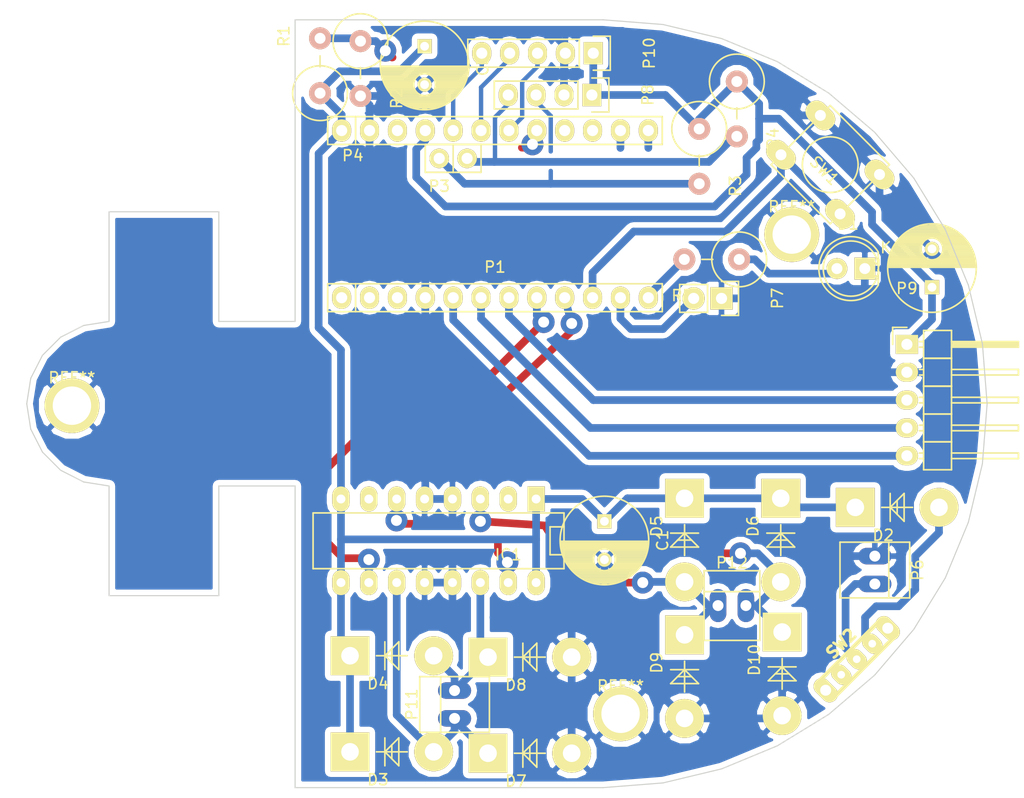
<source format=kicad_pcb>
(kicad_pcb (version 4) (host pcbnew "(after 2015-mar-04 BZR unknown)-product")

  (general
    (links 78)
    (no_connects 8)
    (area 40.1828 37.1856 133.684001 109.931201)
    (thickness 1.6)
    (drawings 49)
    (tracks 267)
    (zones 0)
    (modules 34)
    (nets 30)
  )

  (page A4)
  (title_block
    (date "sam. 04 avril 2015")
  )

  (layers
    (0 F.Cu signal)
    (31 B.Cu signal)
    (32 B.Adhes user)
    (33 F.Adhes user)
    (34 B.Paste user)
    (35 F.Paste user)
    (36 B.SilkS user)
    (37 F.SilkS user)
    (38 B.Mask user)
    (39 F.Mask user)
    (40 Dwgs.User user)
    (41 Cmts.User user)
    (42 Eco1.User user)
    (43 Eco2.User user)
    (44 Edge.Cuts user)
    (45 Margin user)
    (46 B.CrtYd user)
    (47 F.CrtYd user)
    (48 B.Fab user)
    (49 F.Fab user)
  )

  (setup
    (last_trace_width 0.7)
    (trace_clearance 0.2)
    (zone_clearance 0.508)
    (zone_45_only no)
    (trace_min 0.2)
    (segment_width 0.15)
    (edge_width 0.1)
    (via_size 2)
    (via_drill 1)
    (via_min_size 0.4)
    (via_min_drill 0.3)
    (uvia_size 0.3)
    (uvia_drill 0.1)
    (uvias_allowed no)
    (uvia_min_size 0.2)
    (uvia_min_drill 0.1)
    (pcb_text_width 0.3)
    (pcb_text_size 1.5 1.5)
    (mod_edge_width 0.15)
    (mod_text_size 1 1)
    (mod_text_width 0.15)
    (pad_size 5 5)
    (pad_drill 3.5)
    (pad_to_mask_clearance 0)
    (aux_axis_origin 41.656 110.3884)
    (grid_origin 41.656 110.3884)
    (visible_elements FFFFFF7F)
    (pcbplotparams
      (layerselection 0x01000_80000000)
      (usegerberextensions false)
      (excludeedgelayer true)
      (linewidth 0.100000)
      (plotframeref false)
      (viasonmask false)
      (mode 1)
      (useauxorigin true)
      (hpglpennumber 1)
      (hpglpenspeed 20)
      (hpglpendiameter 15)
      (hpglpenoverlay 2)
      (psnegative false)
      (psa4output false)
      (plotreference true)
      (plotvalue true)
      (plotinvisibletext false)
      (padsonsilk false)
      (subtractmaskfromsilk false)
      (outputformat 1)
      (mirror false)
      (drillshape 0)
      (scaleselection 1)
      (outputdirectory GERBER/))
  )

  (net 0 "")
  (net 1 "/1(Tx)")
  (net 2 "/0(Rx)")
  (net 3 /Reset)
  (net 4 GND)
  (net 5 VCC)
  (net 6 +BATT)
  (net 7 led)
  (net 8 "Net-(D2-Pad1)")
  (net 9 M1Y)
  (net 10 M2Y)
  (net 11 M3Y)
  (net 12 M4Y)
  (net 13 M1A)
  (net 14 M2A)
  (net 15 M3A)
  (net 16 M4A)
  (net 17 IRR)
  (net 18 IRL)
  (net 19 IRM)
  (net 20 button)
  (net 21 buzzer)
  (net 22 SCL)
  (net 23 SDA)
  (net 24 IR3)
  (net 25 IR2)
  (net 26 IR1)
  (net 27 mbatt)
  (net 28 "Net-(D1-Pad2)")
  (net 29 "Net-(P6-Pad2)")

  (net_class Default "This is the default net class."
    (clearance 0.2)
    (trace_width 0.7)
    (via_dia 2)
    (via_drill 1)
    (uvia_dia 0.3)
    (uvia_drill 0.1)
    (add_net +BATT)
    (add_net "/0(Rx)")
    (add_net "/1(Tx)")
    (add_net /Reset)
    (add_net GND)
    (add_net IR1)
    (add_net IR2)
    (add_net IR3)
    (add_net IRL)
    (add_net IRM)
    (add_net IRR)
    (add_net M1A)
    (add_net M1Y)
    (add_net M2A)
    (add_net M2Y)
    (add_net M3A)
    (add_net M3Y)
    (add_net M4A)
    (add_net M4Y)
    (add_net "Net-(D1-Pad2)")
    (add_net "Net-(D2-Pad1)")
    (add_net "Net-(P6-Pad2)")
    (add_net SCL)
    (add_net SDA)
    (add_net VCC)
    (add_net button)
    (add_net buzzer)
    (add_net led)
    (add_net mbatt)
  )

  (module Measurement_Points:Measurement_Point_Round-TH_Big (layer F.Cu) (tedit 5630D1BB) (tstamp 5630D137)
    (at 96.7232 102.2604)
    (descr "Mesurement Point, Square, Trough Hole,  DM 3mm, Drill 1.5mm,")
    (tags "Mesurement Point, Square, Trough Hole, DM 3mm, Drill 1.5mm,")
    (fp_text reference REF** (at 0 -2.54) (layer F.SilkS)
      (effects (font (size 1 1) (thickness 0.15)))
    )
    (fp_text value drill (at 0 3.81) (layer F.Fab)
      (effects (font (size 1 1) (thickness 0.15)))
    )
    (pad 1 thru_hole circle (at 0 0) (size 5 5) (drill 3.5) (layers *.Cu *.Mask F.SilkS)
      (net 4 GND))
  )

  (module Measurement_Points:Measurement_Point_Round-TH_Big (layer F.Cu) (tedit 5630D1B3) (tstamp 5630D128)
    (at 112.3188 58.5724)
    (descr "Mesurement Point, Square, Trough Hole,  DM 3mm, Drill 1.5mm,")
    (tags "Mesurement Point, Square, Trough Hole, DM 3mm, Drill 1.5mm,")
    (fp_text reference REF** (at 0 -2.54) (layer F.SilkS)
      (effects (font (size 1 1) (thickness 0.15)))
    )
    (fp_text value drill (at 0 3.81) (layer F.Fab)
      (effects (font (size 1 1) (thickness 0.15)))
    )
    (pad 1 thru_hole circle (at 0 0) (size 5 5) (drill 3.5) (layers *.Cu *.Mask F.SilkS)
      (net 4 GND))
  )

  (module Measurement_Points:Measurement_Point_Round-TH_Big (layer F.Cu) (tedit 5630D178) (tstamp 5630D059)
    (at 46.736 74.168)
    (descr "Mesurement Point, Square, Trough Hole,  DM 3mm, Drill 1.5mm,")
    (tags "Mesurement Point, Square, Trough Hole, DM 3mm, Drill 1.5mm,")
    (fp_text reference REF** (at 0 -2.54) (layer F.SilkS)
      (effects (font (size 1 1) (thickness 0.15)))
    )
    (fp_text value drill (at 0 3.81) (layer F.Fab)
      (effects (font (size 1 1) (thickness 0.15)))
    )
    (pad 1 thru_hole circle (at 0 0) (size 5 5) (drill 3.5) (layers *.Cu *.Mask F.SilkS)
      (net 4 GND))
  )

  (module Buttons_Switches_ThroughHole:SW_PUSH_SMALL (layer F.Cu) (tedit 5630BBCD) (tstamp 56302950)
    (at 115.824 52.197 135)
    (path /56301673)
    (fp_text reference SW1 (at 0 -0.762 135) (layer F.SilkS)
      (effects (font (size 1 1) (thickness 0.15)))
    )
    (fp_text value SW_PUSH (at 0 1.016 135) (layer F.Fab)
      (effects (font (size 1 1) (thickness 0.15)))
    )
    (fp_circle (center 0 0) (end 0 -2.54) (layer F.SilkS) (width 0.15))
    (fp_line (start -3.81 -3.81) (end 3.81 -3.81) (layer F.SilkS) (width 0.15))
    (fp_line (start 3.81 -3.81) (end 3.81 3.81) (layer F.SilkS) (width 0.15))
    (fp_line (start 3.81 3.81) (end -3.81 3.81) (layer F.SilkS) (width 0.15))
    (fp_line (start -3.81 -3.81) (end -3.81 3.81) (layer F.SilkS) (width 0.15))
    (pad 1 thru_hole oval (at 3.81 -2.54 135) (size 3 2) (drill 1) (layers *.Cu *.Mask F.SilkS)
      (net 20 button))
    (pad 2 thru_hole oval (at 3.81 2.54 135) (size 3 2) (drill 1) (layers *.Cu *.Mask F.SilkS)
      (net 4 GND))
    (pad 1 thru_hole oval (at -3.81 -2.54 135) (size 3 2) (drill 1) (layers *.Cu *.Mask F.SilkS)
      (net 20 button))
    (pad 2 thru_hole oval (at -3.81 2.54 135) (size 3 2) (drill 1) (layers *.Cu *.Mask F.SilkS)
      (net 4 GND))
  )

  (module Socket_Arduino_Pro_Mini:Socket_Strip_Arduino_1x12 locked (layer F.Cu) (tedit 55216A20) (tstamp 552111CC)
    (at 71.3105 64.3255)
    (descr "Through hole socket strip")
    (tags "socket strip")
    (path /552014A1)
    (fp_text reference P1 (at 13.97 -2.794) (layer F.SilkS)
      (effects (font (size 1 1) (thickness 0.15)))
    )
    (fp_text value Digital (at 18.034 -2.794) (layer F.Fab)
      (effects (font (size 1 1) (thickness 0.15)))
    )
    (fp_line (start 1.27 -1.27) (end -1.27 -1.27) (layer F.SilkS) (width 0.15))
    (fp_line (start -1.27 -1.27) (end -1.27 1.27) (layer F.SilkS) (width 0.15))
    (fp_line (start -1.27 1.27) (end 1.27 1.27) (layer F.SilkS) (width 0.15))
    (fp_line (start -1.75 -1.75) (end -1.75 1.75) (layer F.CrtYd) (width 0.05))
    (fp_line (start 29.7 -1.75) (end 29.7 1.75) (layer F.CrtYd) (width 0.05))
    (fp_line (start -1.75 -1.75) (end 29.7 -1.75) (layer F.CrtYd) (width 0.05))
    (fp_line (start -1.75 1.75) (end 29.7 1.75) (layer F.CrtYd) (width 0.05))
    (fp_line (start 1.27 1.27) (end 29.21 1.27) (layer F.SilkS) (width 0.15))
    (fp_line (start 29.21 1.27) (end 29.21 -1.27) (layer F.SilkS) (width 0.15))
    (fp_line (start 29.21 -1.27) (end 1.27 -1.27) (layer F.SilkS) (width 0.15))
    (fp_line (start 1.27 1.27) (end 1.27 -1.27) (layer F.SilkS) (width 0.15))
    (pad 1 thru_hole oval (at 0 0) (size 1.7272 2.032) (drill 1.016) (layers *.Cu *.Mask F.SilkS)
      (net 1 "/1(Tx)"))
    (pad 2 thru_hole oval (at 2.54 0) (size 1.7272 2.032) (drill 1.016) (layers *.Cu *.Mask F.SilkS)
      (net 2 "/0(Rx)"))
    (pad 3 thru_hole oval (at 5.08 0) (size 1.7272 2.032) (drill 1.016) (layers *.Cu *.Mask F.SilkS)
      (net 3 /Reset))
    (pad 4 thru_hole oval (at 7.62 0) (size 1.7272 2.032) (drill 1.016) (layers *.Cu *.Mask F.SilkS)
      (net 4 GND))
    (pad 5 thru_hole oval (at 10.16 0) (size 1.7272 2.032) (drill 1.016) (layers *.Cu *.Mask F.SilkS)
      (net 17 IRR))
    (pad 6 thru_hole oval (at 12.7 0) (size 1.7272 2.032) (drill 1.016) (layers *.Cu *.Mask F.SilkS)
      (net 19 IRM))
    (pad 7 thru_hole oval (at 15.24 0) (size 1.7272 2.032) (drill 1.016) (layers *.Cu *.Mask F.SilkS)
      (net 18 IRL))
    (pad 8 thru_hole oval (at 17.78 0) (size 1.7272 2.032) (drill 1.016) (layers *.Cu *.Mask F.SilkS)
      (net 16 M4A))
    (pad 9 thru_hole oval (at 20.32 0) (size 1.7272 2.032) (drill 1.016) (layers *.Cu *.Mask F.SilkS)
      (net 15 M3A))
    (pad 10 thru_hole oval (at 22.86 0) (size 1.7272 2.032) (drill 1.016) (layers *.Cu *.Mask F.SilkS)
      (net 20 button))
    (pad 11 thru_hole oval (at 25.4 0) (size 1.7272 2.032) (drill 1.016) (layers *.Cu *.Mask F.SilkS)
      (net 21 buzzer))
    (pad 12 thru_hole oval (at 27.94 0) (size 1.7272 2.032) (drill 1.016) (layers *.Cu *.Mask F.SilkS)
      (net 7 led))
    (model ${KIPRJMOD}/Socket_Arduino_Pro_Mini.3dshapes/Socket_header_Arduino_1x12.wrl
      (at (xyz 0.55 0 0))
      (scale (xyz 1 1 1))
      (rotate (xyz 0 0 180))
    )
  )

  (module Socket_Arduino_Pro_Mini:Socket_Strip_Arduino_1x02 locked (layer F.Cu) (tedit 55211235) (tstamp 552111F2)
    (at 80.2005 51.6255)
    (descr "Through hole socket strip")
    (tags "socket strip")
    (path /55201A4F)
    (fp_text reference P3 (at 0 2.54) (layer F.SilkS)
      (effects (font (size 1 1) (thickness 0.15)))
    )
    (fp_text value ADC (at 2.54 2.54) (layer F.Fab)
      (effects (font (size 1 1) (thickness 0.15)))
    )
    (fp_line (start 1.27 -1.27) (end -1.27 -1.27) (layer F.SilkS) (width 0.15))
    (fp_line (start -1.27 -1.27) (end -1.27 1.27) (layer F.SilkS) (width 0.15))
    (fp_line (start -1.27 1.27) (end 1.27 1.27) (layer F.SilkS) (width 0.15))
    (fp_line (start 3.81 1.27) (end 1.27 1.27) (layer F.SilkS) (width 0.15))
    (fp_line (start -1.75 -1.75) (end -1.75 1.75) (layer F.CrtYd) (width 0.05))
    (fp_line (start 4.3 -1.75) (end 4.3 1.75) (layer F.CrtYd) (width 0.05))
    (fp_line (start -1.75 -1.75) (end 4.3 -1.75) (layer F.CrtYd) (width 0.05))
    (fp_line (start -1.75 1.75) (end 4.3 1.75) (layer F.CrtYd) (width 0.05))
    (fp_line (start 1.27 1.27) (end 1.27 -1.27) (layer F.SilkS) (width 0.15))
    (fp_line (start 1.27 -1.27) (end 3.81 -1.27) (layer F.SilkS) (width 0.15))
    (fp_line (start 3.81 -1.27) (end 3.81 1.27) (layer F.SilkS) (width 0.15))
    (pad 1 thru_hole circle (at 0 0) (size 1.778 1.778) (drill 1.016) (layers *.Cu *.Mask F.SilkS)
      (net 22 SCL))
    (pad 2 thru_hole circle (at 2.54 0) (size 1.778 1.778) (drill 1.016) (layers *.Cu *.Mask F.SilkS)
      (net 23 SDA))
  )

  (module Socket_Arduino_Pro_Mini:Socket_Strip_Arduino_1x12 locked (layer F.Cu) (tedit 5521133F) (tstamp 5521120D)
    (at 71.3105 49.0855)
    (descr "Through hole socket strip")
    (tags "socket strip")
    (path /552014EF)
    (fp_text reference P4 (at 1.016 2.286) (layer F.SilkS)
      (effects (font (size 1 1) (thickness 0.15)))
    )
    (fp_text value Analog (at 4.826 2.54) (layer F.Fab)
      (effects (font (size 1 1) (thickness 0.15)))
    )
    (fp_line (start 1.27 -1.27) (end -1.27 -1.27) (layer F.SilkS) (width 0.15))
    (fp_line (start -1.27 -1.27) (end -1.27 1.27) (layer F.SilkS) (width 0.15))
    (fp_line (start -1.27 1.27) (end 1.27 1.27) (layer F.SilkS) (width 0.15))
    (fp_line (start -1.75 -1.75) (end -1.75 1.75) (layer F.CrtYd) (width 0.05))
    (fp_line (start 29.7 -1.75) (end 29.7 1.75) (layer F.CrtYd) (width 0.05))
    (fp_line (start -1.75 -1.75) (end 29.7 -1.75) (layer F.CrtYd) (width 0.05))
    (fp_line (start -1.75 1.75) (end 29.7 1.75) (layer F.CrtYd) (width 0.05))
    (fp_line (start 1.27 1.27) (end 29.21 1.27) (layer F.SilkS) (width 0.15))
    (fp_line (start 29.21 1.27) (end 29.21 -1.27) (layer F.SilkS) (width 0.15))
    (fp_line (start 29.21 -1.27) (end 1.27 -1.27) (layer F.SilkS) (width 0.15))
    (fp_line (start 1.27 1.27) (end 1.27 -1.27) (layer F.SilkS) (width 0.15))
    (pad 1 thru_hole oval (at 0 0) (size 1.7272 2.032) (drill 1.016) (layers *.Cu *.Mask F.SilkS)
      (net 6 +BATT))
    (pad 2 thru_hole oval (at 2.54 0) (size 1.7272 2.032) (drill 1.016) (layers *.Cu *.Mask F.SilkS)
      (net 4 GND))
    (pad 3 thru_hole oval (at 5.08 0) (size 1.7272 2.032) (drill 1.016) (layers *.Cu *.Mask F.SilkS)
      (net 3 /Reset))
    (pad 4 thru_hole oval (at 7.62 0) (size 1.7272 2.032) (drill 1.016) (layers *.Cu *.Mask F.SilkS)
      (net 5 VCC))
    (pad 5 thru_hole oval (at 10.16 0) (size 1.7272 2.032) (drill 1.016) (layers *.Cu *.Mask F.SilkS)
      (net 24 IR3))
    (pad 6 thru_hole oval (at 12.7 0) (size 1.7272 2.032) (drill 1.016) (layers *.Cu *.Mask F.SilkS)
      (net 25 IR2))
    (pad 7 thru_hole oval (at 15.24 0) (size 1.7272 2.032) (drill 1.016) (layers *.Cu *.Mask F.SilkS)
      (net 26 IR1))
    (pad 8 thru_hole oval (at 17.78 0) (size 1.7272 2.032) (drill 1.016) (layers *.Cu *.Mask F.SilkS)
      (net 27 mbatt))
    (pad 9 thru_hole oval (at 20.32 0) (size 1.7272 2.032) (drill 1.016) (layers *.Cu *.Mask F.SilkS))
    (pad 10 thru_hole oval (at 22.86 0) (size 1.7272 2.032) (drill 1.016) (layers *.Cu *.Mask F.SilkS))
    (pad 11 thru_hole oval (at 25.4 0) (size 1.7272 2.032) (drill 1.016) (layers *.Cu *.Mask F.SilkS)
      (net 13 M1A))
    (pad 12 thru_hole oval (at 27.94 0) (size 1.7272 2.032) (drill 1.016) (layers *.Cu *.Mask F.SilkS)
      (net 14 M2A))
    (model ${KIPRJMOD}/Socket_Arduino_Pro_Mini.3dshapes/Socket_header_Arduino_1x12.wrl
      (at (xyz 0.55 0 0))
      (scale (xyz 1 1 1))
      (rotate (xyz 0 0 180))
    )
  )

  (module Capacitors_ThroughHole:C_Radial_D8_L11.5_P3.5 (layer F.Cu) (tedit 0) (tstamp 5630289C)
    (at 95.25 84.709 270)
    (descr "Radial Electrolytic Capacitor Diameter 8mm x Length 11.5mm, Pitch 3.5mm")
    (tags "Electrolytic Capacitor")
    (path /563029D6)
    (fp_text reference C1 (at 1.75 -5.3 270) (layer F.SilkS)
      (effects (font (size 1 1) (thickness 0.15)))
    )
    (fp_text value CP (at 1.75 5.3 270) (layer F.Fab)
      (effects (font (size 1 1) (thickness 0.15)))
    )
    (fp_line (start 1.825 -3.999) (end 1.825 3.999) (layer F.SilkS) (width 0.15))
    (fp_line (start 1.965 -3.994) (end 1.965 3.994) (layer F.SilkS) (width 0.15))
    (fp_line (start 2.105 -3.984) (end 2.105 3.984) (layer F.SilkS) (width 0.15))
    (fp_line (start 2.245 -3.969) (end 2.245 3.969) (layer F.SilkS) (width 0.15))
    (fp_line (start 2.385 -3.949) (end 2.385 3.949) (layer F.SilkS) (width 0.15))
    (fp_line (start 2.525 -3.924) (end 2.525 -0.222) (layer F.SilkS) (width 0.15))
    (fp_line (start 2.525 0.222) (end 2.525 3.924) (layer F.SilkS) (width 0.15))
    (fp_line (start 2.665 -3.894) (end 2.665 -0.55) (layer F.SilkS) (width 0.15))
    (fp_line (start 2.665 0.55) (end 2.665 3.894) (layer F.SilkS) (width 0.15))
    (fp_line (start 2.805 -3.858) (end 2.805 -0.719) (layer F.SilkS) (width 0.15))
    (fp_line (start 2.805 0.719) (end 2.805 3.858) (layer F.SilkS) (width 0.15))
    (fp_line (start 2.945 -3.817) (end 2.945 -0.832) (layer F.SilkS) (width 0.15))
    (fp_line (start 2.945 0.832) (end 2.945 3.817) (layer F.SilkS) (width 0.15))
    (fp_line (start 3.085 -3.771) (end 3.085 -0.91) (layer F.SilkS) (width 0.15))
    (fp_line (start 3.085 0.91) (end 3.085 3.771) (layer F.SilkS) (width 0.15))
    (fp_line (start 3.225 -3.718) (end 3.225 -0.961) (layer F.SilkS) (width 0.15))
    (fp_line (start 3.225 0.961) (end 3.225 3.718) (layer F.SilkS) (width 0.15))
    (fp_line (start 3.365 -3.659) (end 3.365 -0.991) (layer F.SilkS) (width 0.15))
    (fp_line (start 3.365 0.991) (end 3.365 3.659) (layer F.SilkS) (width 0.15))
    (fp_line (start 3.505 -3.594) (end 3.505 -1) (layer F.SilkS) (width 0.15))
    (fp_line (start 3.505 1) (end 3.505 3.594) (layer F.SilkS) (width 0.15))
    (fp_line (start 3.645 -3.523) (end 3.645 -0.989) (layer F.SilkS) (width 0.15))
    (fp_line (start 3.645 0.989) (end 3.645 3.523) (layer F.SilkS) (width 0.15))
    (fp_line (start 3.785 -3.444) (end 3.785 -0.959) (layer F.SilkS) (width 0.15))
    (fp_line (start 3.785 0.959) (end 3.785 3.444) (layer F.SilkS) (width 0.15))
    (fp_line (start 3.925 -3.357) (end 3.925 -0.905) (layer F.SilkS) (width 0.15))
    (fp_line (start 3.925 0.905) (end 3.925 3.357) (layer F.SilkS) (width 0.15))
    (fp_line (start 4.065 -3.262) (end 4.065 -0.825) (layer F.SilkS) (width 0.15))
    (fp_line (start 4.065 0.825) (end 4.065 3.262) (layer F.SilkS) (width 0.15))
    (fp_line (start 4.205 -3.158) (end 4.205 -0.709) (layer F.SilkS) (width 0.15))
    (fp_line (start 4.205 0.709) (end 4.205 3.158) (layer F.SilkS) (width 0.15))
    (fp_line (start 4.345 -3.044) (end 4.345 -0.535) (layer F.SilkS) (width 0.15))
    (fp_line (start 4.345 0.535) (end 4.345 3.044) (layer F.SilkS) (width 0.15))
    (fp_line (start 4.485 -2.919) (end 4.485 -0.173) (layer F.SilkS) (width 0.15))
    (fp_line (start 4.485 0.173) (end 4.485 2.919) (layer F.SilkS) (width 0.15))
    (fp_line (start 4.625 -2.781) (end 4.625 2.781) (layer F.SilkS) (width 0.15))
    (fp_line (start 4.765 -2.629) (end 4.765 2.629) (layer F.SilkS) (width 0.15))
    (fp_line (start 4.905 -2.459) (end 4.905 2.459) (layer F.SilkS) (width 0.15))
    (fp_line (start 5.045 -2.268) (end 5.045 2.268) (layer F.SilkS) (width 0.15))
    (fp_line (start 5.185 -2.05) (end 5.185 2.05) (layer F.SilkS) (width 0.15))
    (fp_line (start 5.325 -1.794) (end 5.325 1.794) (layer F.SilkS) (width 0.15))
    (fp_line (start 5.465 -1.483) (end 5.465 1.483) (layer F.SilkS) (width 0.15))
    (fp_line (start 5.605 -1.067) (end 5.605 1.067) (layer F.SilkS) (width 0.15))
    (fp_line (start 5.745 -0.2) (end 5.745 0.2) (layer F.SilkS) (width 0.15))
    (fp_circle (center 3.5 0) (end 3.5 -1) (layer F.SilkS) (width 0.15))
    (fp_circle (center 1.75 0) (end 1.75 -4.0375) (layer F.SilkS) (width 0.15))
    (fp_circle (center 1.75 0) (end 1.75 -4.3) (layer F.CrtYd) (width 0.05))
    (pad 2 thru_hole circle (at 3.5 0 270) (size 1.3 1.3) (drill 0.8) (layers *.Cu *.Mask F.SilkS)
      (net 4 GND))
    (pad 1 thru_hole rect (at 0 0 270) (size 1.3 1.3) (drill 0.8) (layers *.Cu *.Mask F.SilkS)
      (net 6 +BATT))
    (model Capacitors_ThroughHole.3dshapes/C_Radial_D8_L11.5_P3.5.wrl
      (at (xyz 0 0 0))
      (scale (xyz 1 1 1))
      (rotate (xyz 0 0 0))
    )
  )

  (module Capacitors_ThroughHole:C_Radial_D8_L11.5_P3.5 (layer F.Cu) (tedit 0) (tstamp 563028A2)
    (at 125.095 63.373 90)
    (descr "Radial Electrolytic Capacitor Diameter 8mm x Length 11.5mm, Pitch 3.5mm")
    (tags "Electrolytic Capacitor")
    (path /56310052)
    (fp_text reference C2 (at 1.75 -5.3 90) (layer F.SilkS)
      (effects (font (size 1 1) (thickness 0.15)))
    )
    (fp_text value CP (at 1.75 5.3 90) (layer F.Fab)
      (effects (font (size 1 1) (thickness 0.15)))
    )
    (fp_line (start 1.825 -3.999) (end 1.825 3.999) (layer F.SilkS) (width 0.15))
    (fp_line (start 1.965 -3.994) (end 1.965 3.994) (layer F.SilkS) (width 0.15))
    (fp_line (start 2.105 -3.984) (end 2.105 3.984) (layer F.SilkS) (width 0.15))
    (fp_line (start 2.245 -3.969) (end 2.245 3.969) (layer F.SilkS) (width 0.15))
    (fp_line (start 2.385 -3.949) (end 2.385 3.949) (layer F.SilkS) (width 0.15))
    (fp_line (start 2.525 -3.924) (end 2.525 -0.222) (layer F.SilkS) (width 0.15))
    (fp_line (start 2.525 0.222) (end 2.525 3.924) (layer F.SilkS) (width 0.15))
    (fp_line (start 2.665 -3.894) (end 2.665 -0.55) (layer F.SilkS) (width 0.15))
    (fp_line (start 2.665 0.55) (end 2.665 3.894) (layer F.SilkS) (width 0.15))
    (fp_line (start 2.805 -3.858) (end 2.805 -0.719) (layer F.SilkS) (width 0.15))
    (fp_line (start 2.805 0.719) (end 2.805 3.858) (layer F.SilkS) (width 0.15))
    (fp_line (start 2.945 -3.817) (end 2.945 -0.832) (layer F.SilkS) (width 0.15))
    (fp_line (start 2.945 0.832) (end 2.945 3.817) (layer F.SilkS) (width 0.15))
    (fp_line (start 3.085 -3.771) (end 3.085 -0.91) (layer F.SilkS) (width 0.15))
    (fp_line (start 3.085 0.91) (end 3.085 3.771) (layer F.SilkS) (width 0.15))
    (fp_line (start 3.225 -3.718) (end 3.225 -0.961) (layer F.SilkS) (width 0.15))
    (fp_line (start 3.225 0.961) (end 3.225 3.718) (layer F.SilkS) (width 0.15))
    (fp_line (start 3.365 -3.659) (end 3.365 -0.991) (layer F.SilkS) (width 0.15))
    (fp_line (start 3.365 0.991) (end 3.365 3.659) (layer F.SilkS) (width 0.15))
    (fp_line (start 3.505 -3.594) (end 3.505 -1) (layer F.SilkS) (width 0.15))
    (fp_line (start 3.505 1) (end 3.505 3.594) (layer F.SilkS) (width 0.15))
    (fp_line (start 3.645 -3.523) (end 3.645 -0.989) (layer F.SilkS) (width 0.15))
    (fp_line (start 3.645 0.989) (end 3.645 3.523) (layer F.SilkS) (width 0.15))
    (fp_line (start 3.785 -3.444) (end 3.785 -0.959) (layer F.SilkS) (width 0.15))
    (fp_line (start 3.785 0.959) (end 3.785 3.444) (layer F.SilkS) (width 0.15))
    (fp_line (start 3.925 -3.357) (end 3.925 -0.905) (layer F.SilkS) (width 0.15))
    (fp_line (start 3.925 0.905) (end 3.925 3.357) (layer F.SilkS) (width 0.15))
    (fp_line (start 4.065 -3.262) (end 4.065 -0.825) (layer F.SilkS) (width 0.15))
    (fp_line (start 4.065 0.825) (end 4.065 3.262) (layer F.SilkS) (width 0.15))
    (fp_line (start 4.205 -3.158) (end 4.205 -0.709) (layer F.SilkS) (width 0.15))
    (fp_line (start 4.205 0.709) (end 4.205 3.158) (layer F.SilkS) (width 0.15))
    (fp_line (start 4.345 -3.044) (end 4.345 -0.535) (layer F.SilkS) (width 0.15))
    (fp_line (start 4.345 0.535) (end 4.345 3.044) (layer F.SilkS) (width 0.15))
    (fp_line (start 4.485 -2.919) (end 4.485 -0.173) (layer F.SilkS) (width 0.15))
    (fp_line (start 4.485 0.173) (end 4.485 2.919) (layer F.SilkS) (width 0.15))
    (fp_line (start 4.625 -2.781) (end 4.625 2.781) (layer F.SilkS) (width 0.15))
    (fp_line (start 4.765 -2.629) (end 4.765 2.629) (layer F.SilkS) (width 0.15))
    (fp_line (start 4.905 -2.459) (end 4.905 2.459) (layer F.SilkS) (width 0.15))
    (fp_line (start 5.045 -2.268) (end 5.045 2.268) (layer F.SilkS) (width 0.15))
    (fp_line (start 5.185 -2.05) (end 5.185 2.05) (layer F.SilkS) (width 0.15))
    (fp_line (start 5.325 -1.794) (end 5.325 1.794) (layer F.SilkS) (width 0.15))
    (fp_line (start 5.465 -1.483) (end 5.465 1.483) (layer F.SilkS) (width 0.15))
    (fp_line (start 5.605 -1.067) (end 5.605 1.067) (layer F.SilkS) (width 0.15))
    (fp_line (start 5.745 -0.2) (end 5.745 0.2) (layer F.SilkS) (width 0.15))
    (fp_circle (center 3.5 0) (end 3.5 -1) (layer F.SilkS) (width 0.15))
    (fp_circle (center 1.75 0) (end 1.75 -4.0375) (layer F.SilkS) (width 0.15))
    (fp_circle (center 1.75 0) (end 1.75 -4.3) (layer F.CrtYd) (width 0.05))
    (pad 2 thru_hole circle (at 3.5 0 90) (size 1.3 1.3) (drill 0.8) (layers *.Cu *.Mask F.SilkS)
      (net 4 GND))
    (pad 1 thru_hole rect (at 0 0 90) (size 1.3 1.3) (drill 0.8) (layers *.Cu *.Mask F.SilkS)
      (net 5 VCC))
    (model Capacitors_ThroughHole.3dshapes/C_Radial_D8_L11.5_P3.5.wrl
      (at (xyz 0 0 0))
      (scale (xyz 1 1 1))
      (rotate (xyz 0 0 0))
    )
  )

  (module Capacitors_ThroughHole:C_Radial_D8_L11.5_P3.5 (layer F.Cu) (tedit 0) (tstamp 563028A8)
    (at 78.867 41.402 270)
    (descr "Radial Electrolytic Capacitor Diameter 8mm x Length 11.5mm, Pitch 3.5mm")
    (tags "Electrolytic Capacitor")
    (path /5630F71E)
    (fp_text reference C3 (at 1.75 -5.3 270) (layer F.SilkS)
      (effects (font (size 1 1) (thickness 0.15)))
    )
    (fp_text value CP (at 1.75 5.3 270) (layer F.Fab)
      (effects (font (size 1 1) (thickness 0.15)))
    )
    (fp_line (start 1.825 -3.999) (end 1.825 3.999) (layer F.SilkS) (width 0.15))
    (fp_line (start 1.965 -3.994) (end 1.965 3.994) (layer F.SilkS) (width 0.15))
    (fp_line (start 2.105 -3.984) (end 2.105 3.984) (layer F.SilkS) (width 0.15))
    (fp_line (start 2.245 -3.969) (end 2.245 3.969) (layer F.SilkS) (width 0.15))
    (fp_line (start 2.385 -3.949) (end 2.385 3.949) (layer F.SilkS) (width 0.15))
    (fp_line (start 2.525 -3.924) (end 2.525 -0.222) (layer F.SilkS) (width 0.15))
    (fp_line (start 2.525 0.222) (end 2.525 3.924) (layer F.SilkS) (width 0.15))
    (fp_line (start 2.665 -3.894) (end 2.665 -0.55) (layer F.SilkS) (width 0.15))
    (fp_line (start 2.665 0.55) (end 2.665 3.894) (layer F.SilkS) (width 0.15))
    (fp_line (start 2.805 -3.858) (end 2.805 -0.719) (layer F.SilkS) (width 0.15))
    (fp_line (start 2.805 0.719) (end 2.805 3.858) (layer F.SilkS) (width 0.15))
    (fp_line (start 2.945 -3.817) (end 2.945 -0.832) (layer F.SilkS) (width 0.15))
    (fp_line (start 2.945 0.832) (end 2.945 3.817) (layer F.SilkS) (width 0.15))
    (fp_line (start 3.085 -3.771) (end 3.085 -0.91) (layer F.SilkS) (width 0.15))
    (fp_line (start 3.085 0.91) (end 3.085 3.771) (layer F.SilkS) (width 0.15))
    (fp_line (start 3.225 -3.718) (end 3.225 -0.961) (layer F.SilkS) (width 0.15))
    (fp_line (start 3.225 0.961) (end 3.225 3.718) (layer F.SilkS) (width 0.15))
    (fp_line (start 3.365 -3.659) (end 3.365 -0.991) (layer F.SilkS) (width 0.15))
    (fp_line (start 3.365 0.991) (end 3.365 3.659) (layer F.SilkS) (width 0.15))
    (fp_line (start 3.505 -3.594) (end 3.505 -1) (layer F.SilkS) (width 0.15))
    (fp_line (start 3.505 1) (end 3.505 3.594) (layer F.SilkS) (width 0.15))
    (fp_line (start 3.645 -3.523) (end 3.645 -0.989) (layer F.SilkS) (width 0.15))
    (fp_line (start 3.645 0.989) (end 3.645 3.523) (layer F.SilkS) (width 0.15))
    (fp_line (start 3.785 -3.444) (end 3.785 -0.959) (layer F.SilkS) (width 0.15))
    (fp_line (start 3.785 0.959) (end 3.785 3.444) (layer F.SilkS) (width 0.15))
    (fp_line (start 3.925 -3.357) (end 3.925 -0.905) (layer F.SilkS) (width 0.15))
    (fp_line (start 3.925 0.905) (end 3.925 3.357) (layer F.SilkS) (width 0.15))
    (fp_line (start 4.065 -3.262) (end 4.065 -0.825) (layer F.SilkS) (width 0.15))
    (fp_line (start 4.065 0.825) (end 4.065 3.262) (layer F.SilkS) (width 0.15))
    (fp_line (start 4.205 -3.158) (end 4.205 -0.709) (layer F.SilkS) (width 0.15))
    (fp_line (start 4.205 0.709) (end 4.205 3.158) (layer F.SilkS) (width 0.15))
    (fp_line (start 4.345 -3.044) (end 4.345 -0.535) (layer F.SilkS) (width 0.15))
    (fp_line (start 4.345 0.535) (end 4.345 3.044) (layer F.SilkS) (width 0.15))
    (fp_line (start 4.485 -2.919) (end 4.485 -0.173) (layer F.SilkS) (width 0.15))
    (fp_line (start 4.485 0.173) (end 4.485 2.919) (layer F.SilkS) (width 0.15))
    (fp_line (start 4.625 -2.781) (end 4.625 2.781) (layer F.SilkS) (width 0.15))
    (fp_line (start 4.765 -2.629) (end 4.765 2.629) (layer F.SilkS) (width 0.15))
    (fp_line (start 4.905 -2.459) (end 4.905 2.459) (layer F.SilkS) (width 0.15))
    (fp_line (start 5.045 -2.268) (end 5.045 2.268) (layer F.SilkS) (width 0.15))
    (fp_line (start 5.185 -2.05) (end 5.185 2.05) (layer F.SilkS) (width 0.15))
    (fp_line (start 5.325 -1.794) (end 5.325 1.794) (layer F.SilkS) (width 0.15))
    (fp_line (start 5.465 -1.483) (end 5.465 1.483) (layer F.SilkS) (width 0.15))
    (fp_line (start 5.605 -1.067) (end 5.605 1.067) (layer F.SilkS) (width 0.15))
    (fp_line (start 5.745 -0.2) (end 5.745 0.2) (layer F.SilkS) (width 0.15))
    (fp_circle (center 3.5 0) (end 3.5 -1) (layer F.SilkS) (width 0.15))
    (fp_circle (center 1.75 0) (end 1.75 -4.0375) (layer F.SilkS) (width 0.15))
    (fp_circle (center 1.75 0) (end 1.75 -4.3) (layer F.CrtYd) (width 0.05))
    (pad 2 thru_hole circle (at 3.5 0 270) (size 1.3 1.3) (drill 0.8) (layers *.Cu *.Mask F.SilkS)
      (net 4 GND))
    (pad 1 thru_hole rect (at 0 0 270) (size 1.3 1.3) (drill 0.8) (layers *.Cu *.Mask F.SilkS)
      (net 6 +BATT))
    (model Capacitors_ThroughHole.3dshapes/C_Radial_D8_L11.5_P3.5.wrl
      (at (xyz 0 0 0))
      (scale (xyz 1 1 1))
      (rotate (xyz 0 0 0))
    )
  )

  (module LEDs:LED-5MM (layer F.Cu) (tedit 5570F7EA) (tstamp 563028AE)
    (at 118.9736 61.6712 180)
    (descr "LED 5mm round vertical")
    (tags "LED 5mm round vertical")
    (path /5630591F)
    (fp_text reference D1 (at 1.524 4.064 180) (layer F.SilkS)
      (effects (font (size 1 1) (thickness 0.15)))
    )
    (fp_text value CLED (at 1.524 -3.937 180) (layer F.Fab)
      (effects (font (size 1 1) (thickness 0.15)))
    )
    (fp_line (start -1.5 -1.55) (end -1.5 1.55) (layer F.CrtYd) (width 0.05))
    (fp_arc (start 1.3 0) (end -1.5 1.55) (angle -302) (layer F.CrtYd) (width 0.05))
    (fp_arc (start 1.27 0) (end -1.23 -1.5) (angle 297.5) (layer F.SilkS) (width 0.15))
    (fp_line (start -1.23 1.5) (end -1.23 -1.5) (layer F.SilkS) (width 0.15))
    (fp_circle (center 1.27 0) (end 0.97 -2.5) (layer F.SilkS) (width 0.15))
    (fp_text user K (at -1.905 1.905 180) (layer F.SilkS)
      (effects (font (size 1 1) (thickness 0.15)))
    )
    (pad 1 thru_hole rect (at 0 0 270) (size 2 1.9) (drill 1.00076) (layers *.Cu *.Mask F.SilkS)
      (net 4 GND))
    (pad 2 thru_hole circle (at 2.54 0 180) (size 1.9 1.9) (drill 1.00076) (layers *.Cu *.Mask F.SilkS)
      (net 28 "Net-(D1-Pad2)"))
    (model LEDs.3dshapes/LED-5MM.wrl
      (at (xyz 0.05 0 0))
      (scale (xyz 1 1 1))
      (rotate (xyz 0 0 90))
    )
  )

  (module Sockets_DIP:DIP-16__300_ELL (layer F.Cu) (tedit 0) (tstamp 563028F8)
    (at 80.137 86.487 180)
    (descr "16 pins DIL package, elliptical pads")
    (tags DIL)
    (path /562FC725)
    (fp_text reference IC1 (at -6.35 -1.27 180) (layer F.SilkS)
      (effects (font (size 1 1) (thickness 0.15)))
    )
    (fp_text value L293D (at 1.27 1.27 180) (layer F.Fab)
      (effects (font (size 1 1) (thickness 0.15)))
    )
    (fp_line (start -11.43 -1.27) (end -11.43 -1.27) (layer F.SilkS) (width 0.15))
    (fp_line (start -11.43 -1.27) (end -10.16 -1.27) (layer F.SilkS) (width 0.15))
    (fp_line (start -10.16 -1.27) (end -10.16 1.27) (layer F.SilkS) (width 0.15))
    (fp_line (start -10.16 1.27) (end -11.43 1.27) (layer F.SilkS) (width 0.15))
    (fp_line (start -11.43 -2.54) (end 11.43 -2.54) (layer F.SilkS) (width 0.15))
    (fp_line (start 11.43 -2.54) (end 11.43 2.54) (layer F.SilkS) (width 0.15))
    (fp_line (start 11.43 2.54) (end -11.43 2.54) (layer F.SilkS) (width 0.15))
    (fp_line (start -11.43 2.54) (end -11.43 -2.54) (layer F.SilkS) (width 0.15))
    (pad 1 thru_hole rect (at -8.89 3.81 180) (size 1.5748 2.286) (drill 0.8128) (layers *.Cu *.Mask F.SilkS)
      (net 6 +BATT))
    (pad 2 thru_hole oval (at -6.35 3.81 180) (size 1.5748 2.286) (drill 0.8128) (layers *.Cu *.Mask F.SilkS)
      (net 13 M1A))
    (pad 3 thru_hole oval (at -3.81 3.81 180) (size 1.5748 2.286) (drill 0.8128) (layers *.Cu *.Mask F.SilkS)
      (net 9 M1Y))
    (pad 4 thru_hole oval (at -1.27 3.81 180) (size 1.5748 2.286) (drill 0.8128) (layers *.Cu *.Mask F.SilkS)
      (net 4 GND))
    (pad 5 thru_hole oval (at 1.27 3.81 180) (size 1.5748 2.286) (drill 0.8128) (layers *.Cu *.Mask F.SilkS)
      (net 4 GND))
    (pad 6 thru_hole oval (at 3.81 3.81 180) (size 1.5748 2.286) (drill 0.8128) (layers *.Cu *.Mask F.SilkS)
      (net 10 M2Y))
    (pad 7 thru_hole oval (at 6.35 3.81 180) (size 1.5748 2.286) (drill 0.8128) (layers *.Cu *.Mask F.SilkS)
      (net 14 M2A))
    (pad 8 thru_hole oval (at 8.89 3.81 180) (size 1.5748 2.286) (drill 0.8128) (layers *.Cu *.Mask F.SilkS)
      (net 6 +BATT))
    (pad 9 thru_hole oval (at 8.89 -3.81 180) (size 1.5748 2.286) (drill 0.8128) (layers *.Cu *.Mask F.SilkS)
      (net 6 +BATT))
    (pad 10 thru_hole oval (at 6.35 -3.81 180) (size 1.5748 2.286) (drill 0.8128) (layers *.Cu *.Mask F.SilkS)
      (net 15 M3A))
    (pad 11 thru_hole oval (at 3.81 -3.81 180) (size 1.5748 2.286) (drill 0.8128) (layers *.Cu *.Mask F.SilkS)
      (net 11 M3Y))
    (pad 12 thru_hole oval (at 1.27 -3.81 180) (size 1.5748 2.286) (drill 0.8128) (layers *.Cu *.Mask F.SilkS)
      (net 4 GND))
    (pad 13 thru_hole oval (at -1.27 -3.81 180) (size 1.5748 2.286) (drill 0.8128) (layers *.Cu *.Mask F.SilkS)
      (net 4 GND))
    (pad 14 thru_hole oval (at -3.81 -3.81 180) (size 1.5748 2.286) (drill 0.8128) (layers *.Cu *.Mask F.SilkS)
      (net 12 M4Y))
    (pad 15 thru_hole oval (at -6.35 -3.81 180) (size 1.5748 2.286) (drill 0.8128) (layers *.Cu *.Mask F.SilkS)
      (net 16 M4A))
    (pad 16 thru_hole oval (at -8.89 -3.81 180) (size 1.5748 2.286) (drill 0.8128) (layers *.Cu *.Mask F.SilkS)
      (net 6 +BATT))
    (model Sockets_DIP.3dshapes/DIP-16__300_ELL.wrl
      (at (xyz 0 0 0))
      (scale (xyz 1 1 1))
      (rotate (xyz 0 0 0))
    )
  )

  (module Connect:PINHEAD1-2 (layer F.Cu) (tedit 0) (tstamp 563028FE)
    (at 119.888 89.154 270)
    (path /563102A0)
    (attr virtual)
    (fp_text reference P6 (at 0 -3.9 270) (layer F.SilkS)
      (effects (font (size 1 1) (thickness 0.15)))
    )
    (fp_text value batt (at 0 3.81 270) (layer F.Fab)
      (effects (font (size 1 1) (thickness 0.15)))
    )
    (fp_line (start 2.54 -1.27) (end -2.54 -1.27) (layer F.SilkS) (width 0.15))
    (fp_line (start 2.54 3.175) (end -2.54 3.175) (layer F.SilkS) (width 0.15))
    (fp_line (start -2.54 -3.175) (end 2.54 -3.175) (layer F.SilkS) (width 0.15))
    (fp_line (start -2.54 -3.175) (end -2.54 3.175) (layer F.SilkS) (width 0.15))
    (fp_line (start 2.54 -3.175) (end 2.54 3.175) (layer F.SilkS) (width 0.15))
    (pad 1 thru_hole oval (at -1.27 0 270) (size 1.50622 3.01498) (drill 0.99822) (layers *.Cu *.Mask)
      (net 4 GND))
    (pad 2 thru_hole oval (at 1.27 0 270) (size 1.50622 3.01498) (drill 0.99822) (layers *.Cu *.Mask)
      (net 29 "Net-(P6-Pad2)"))
  )

  (module Pin_Headers:Pin_Header_Straight_1x02 (layer F.Cu) (tedit 54EA090C) (tstamp 56302904)
    (at 105.918 64.389 270)
    (descr "Through hole pin header")
    (tags "pin header")
    (path /5630EF1A)
    (fp_text reference P7 (at 0 -5.1 270) (layer F.SilkS)
      (effects (font (size 1 1) (thickness 0.15)))
    )
    (fp_text value buzzer (at 0 -3.1 270) (layer F.Fab)
      (effects (font (size 1 1) (thickness 0.15)))
    )
    (fp_line (start 1.27 1.27) (end 1.27 3.81) (layer F.SilkS) (width 0.15))
    (fp_line (start 1.55 -1.55) (end 1.55 0) (layer F.SilkS) (width 0.15))
    (fp_line (start -1.75 -1.75) (end -1.75 4.3) (layer F.CrtYd) (width 0.05))
    (fp_line (start 1.75 -1.75) (end 1.75 4.3) (layer F.CrtYd) (width 0.05))
    (fp_line (start -1.75 -1.75) (end 1.75 -1.75) (layer F.CrtYd) (width 0.05))
    (fp_line (start -1.75 4.3) (end 1.75 4.3) (layer F.CrtYd) (width 0.05))
    (fp_line (start 1.27 1.27) (end -1.27 1.27) (layer F.SilkS) (width 0.15))
    (fp_line (start -1.55 0) (end -1.55 -1.55) (layer F.SilkS) (width 0.15))
    (fp_line (start -1.55 -1.55) (end 1.55 -1.55) (layer F.SilkS) (width 0.15))
    (fp_line (start -1.27 1.27) (end -1.27 3.81) (layer F.SilkS) (width 0.15))
    (fp_line (start -1.27 3.81) (end 1.27 3.81) (layer F.SilkS) (width 0.15))
    (pad 1 thru_hole rect (at 0 0 270) (size 2.032 2.032) (drill 1.016) (layers *.Cu *.Mask F.SilkS)
      (net 4 GND))
    (pad 2 thru_hole oval (at 0 2.54 270) (size 2.032 2.032) (drill 1.016) (layers *.Cu *.Mask F.SilkS)
      (net 21 buzzer))
    (model Pin_Headers.3dshapes/Pin_Header_Straight_1x02.wrl
      (at (xyz 0 -0.05 0))
      (scale (xyz 1 1 1))
      (rotate (xyz 0 0 90))
    )
  )

  (module Pin_Headers:Pin_Header_Straight_1x04 (layer F.Cu) (tedit 0) (tstamp 5630290C)
    (at 94.107 45.847 270)
    (descr "Through hole pin header")
    (tags "pin header")
    (path /563019D6)
    (fp_text reference P8 (at 0 -5.1 270) (layer F.SilkS)
      (effects (font (size 1 1) (thickness 0.15)))
    )
    (fp_text value I2C_IMU (at 0 -3.1 270) (layer F.Fab)
      (effects (font (size 1 1) (thickness 0.15)))
    )
    (fp_line (start -1.75 -1.75) (end -1.75 9.4) (layer F.CrtYd) (width 0.05))
    (fp_line (start 1.75 -1.75) (end 1.75 9.4) (layer F.CrtYd) (width 0.05))
    (fp_line (start -1.75 -1.75) (end 1.75 -1.75) (layer F.CrtYd) (width 0.05))
    (fp_line (start -1.75 9.4) (end 1.75 9.4) (layer F.CrtYd) (width 0.05))
    (fp_line (start -1.27 1.27) (end -1.27 8.89) (layer F.SilkS) (width 0.15))
    (fp_line (start 1.27 1.27) (end 1.27 8.89) (layer F.SilkS) (width 0.15))
    (fp_line (start 1.55 -1.55) (end 1.55 0) (layer F.SilkS) (width 0.15))
    (fp_line (start -1.27 8.89) (end 1.27 8.89) (layer F.SilkS) (width 0.15))
    (fp_line (start 1.27 1.27) (end -1.27 1.27) (layer F.SilkS) (width 0.15))
    (fp_line (start -1.55 0) (end -1.55 -1.55) (layer F.SilkS) (width 0.15))
    (fp_line (start -1.55 -1.55) (end 1.55 -1.55) (layer F.SilkS) (width 0.15))
    (pad 1 thru_hole rect (at 0 0 270) (size 2.032 1.7272) (drill 1.016) (layers *.Cu *.Mask F.SilkS)
      (net 5 VCC))
    (pad 2 thru_hole oval (at 0 2.54 270) (size 2.032 1.7272) (drill 1.016) (layers *.Cu *.Mask F.SilkS)
      (net 4 GND))
    (pad 3 thru_hole oval (at 0 5.08 270) (size 2.032 1.7272) (drill 1.016) (layers *.Cu *.Mask F.SilkS)
      (net 22 SCL))
    (pad 4 thru_hole oval (at 0 7.62 270) (size 2.032 1.7272) (drill 1.016) (layers *.Cu *.Mask F.SilkS)
      (net 23 SDA))
    (model Pin_Headers.3dshapes/Pin_Header_Straight_1x04.wrl
      (at (xyz 0 -0.15 0))
      (scale (xyz 1 1 1))
      (rotate (xyz 0 0 90))
    )
  )

  (module Pin_Headers:Pin_Header_Angled_1x05 (layer F.Cu) (tedit 0) (tstamp 56302915)
    (at 122.809 68.58)
    (descr "Through hole pin header")
    (tags "pin header")
    (path /563023C5)
    (fp_text reference P9 (at 0 -5.1) (layer F.SilkS)
      (effects (font (size 1 1) (thickness 0.15)))
    )
    (fp_text value line_ir (at 0 -3.1) (layer F.Fab)
      (effects (font (size 1 1) (thickness 0.15)))
    )
    (fp_line (start -1.5 -1.75) (end -1.5 11.95) (layer F.CrtYd) (width 0.05))
    (fp_line (start 10.65 -1.75) (end 10.65 11.95) (layer F.CrtYd) (width 0.05))
    (fp_line (start -1.5 -1.75) (end 10.65 -1.75) (layer F.CrtYd) (width 0.05))
    (fp_line (start -1.5 11.95) (end 10.65 11.95) (layer F.CrtYd) (width 0.05))
    (fp_line (start -1.3 -1.55) (end -1.3 0) (layer F.SilkS) (width 0.15))
    (fp_line (start 0 -1.55) (end -1.3 -1.55) (layer F.SilkS) (width 0.15))
    (fp_line (start 4.191 -0.127) (end 10.033 -0.127) (layer F.SilkS) (width 0.15))
    (fp_line (start 10.033 -0.127) (end 10.033 0.127) (layer F.SilkS) (width 0.15))
    (fp_line (start 10.033 0.127) (end 4.191 0.127) (layer F.SilkS) (width 0.15))
    (fp_line (start 4.191 0.127) (end 4.191 0) (layer F.SilkS) (width 0.15))
    (fp_line (start 4.191 0) (end 10.033 0) (layer F.SilkS) (width 0.15))
    (fp_line (start 1.524 -0.254) (end 1.143 -0.254) (layer F.SilkS) (width 0.15))
    (fp_line (start 1.524 0.254) (end 1.143 0.254) (layer F.SilkS) (width 0.15))
    (fp_line (start 1.524 2.286) (end 1.143 2.286) (layer F.SilkS) (width 0.15))
    (fp_line (start 1.524 2.794) (end 1.143 2.794) (layer F.SilkS) (width 0.15))
    (fp_line (start 1.524 4.826) (end 1.143 4.826) (layer F.SilkS) (width 0.15))
    (fp_line (start 1.524 5.334) (end 1.143 5.334) (layer F.SilkS) (width 0.15))
    (fp_line (start 1.524 7.366) (end 1.143 7.366) (layer F.SilkS) (width 0.15))
    (fp_line (start 1.524 7.874) (end 1.143 7.874) (layer F.SilkS) (width 0.15))
    (fp_line (start 1.524 10.414) (end 1.143 10.414) (layer F.SilkS) (width 0.15))
    (fp_line (start 1.524 9.906) (end 1.143 9.906) (layer F.SilkS) (width 0.15))
    (fp_line (start 4.064 1.27) (end 4.064 -1.27) (layer F.SilkS) (width 0.15))
    (fp_line (start 10.16 0.254) (end 4.064 0.254) (layer F.SilkS) (width 0.15))
    (fp_line (start 10.16 -0.254) (end 10.16 0.254) (layer F.SilkS) (width 0.15))
    (fp_line (start 4.064 -0.254) (end 10.16 -0.254) (layer F.SilkS) (width 0.15))
    (fp_line (start 1.524 1.27) (end 4.064 1.27) (layer F.SilkS) (width 0.15))
    (fp_line (start 1.524 -1.27) (end 1.524 1.27) (layer F.SilkS) (width 0.15))
    (fp_line (start 1.524 -1.27) (end 4.064 -1.27) (layer F.SilkS) (width 0.15))
    (fp_line (start 1.524 3.81) (end 4.064 3.81) (layer F.SilkS) (width 0.15))
    (fp_line (start 1.524 3.81) (end 1.524 6.35) (layer F.SilkS) (width 0.15))
    (fp_line (start 1.524 6.35) (end 4.064 6.35) (layer F.SilkS) (width 0.15))
    (fp_line (start 4.064 4.826) (end 10.16 4.826) (layer F.SilkS) (width 0.15))
    (fp_line (start 10.16 4.826) (end 10.16 5.334) (layer F.SilkS) (width 0.15))
    (fp_line (start 10.16 5.334) (end 4.064 5.334) (layer F.SilkS) (width 0.15))
    (fp_line (start 4.064 6.35) (end 4.064 3.81) (layer F.SilkS) (width 0.15))
    (fp_line (start 4.064 3.81) (end 4.064 1.27) (layer F.SilkS) (width 0.15))
    (fp_line (start 10.16 2.794) (end 4.064 2.794) (layer F.SilkS) (width 0.15))
    (fp_line (start 10.16 2.286) (end 10.16 2.794) (layer F.SilkS) (width 0.15))
    (fp_line (start 4.064 2.286) (end 10.16 2.286) (layer F.SilkS) (width 0.15))
    (fp_line (start 1.524 3.81) (end 4.064 3.81) (layer F.SilkS) (width 0.15))
    (fp_line (start 1.524 1.27) (end 1.524 3.81) (layer F.SilkS) (width 0.15))
    (fp_line (start 1.524 1.27) (end 4.064 1.27) (layer F.SilkS) (width 0.15))
    (fp_line (start 1.524 8.89) (end 4.064 8.89) (layer F.SilkS) (width 0.15))
    (fp_line (start 1.524 8.89) (end 1.524 11.43) (layer F.SilkS) (width 0.15))
    (fp_line (start 1.524 11.43) (end 4.064 11.43) (layer F.SilkS) (width 0.15))
    (fp_line (start 4.064 9.906) (end 10.16 9.906) (layer F.SilkS) (width 0.15))
    (fp_line (start 10.16 9.906) (end 10.16 10.414) (layer F.SilkS) (width 0.15))
    (fp_line (start 10.16 10.414) (end 4.064 10.414) (layer F.SilkS) (width 0.15))
    (fp_line (start 4.064 11.43) (end 4.064 8.89) (layer F.SilkS) (width 0.15))
    (fp_line (start 4.064 8.89) (end 4.064 6.35) (layer F.SilkS) (width 0.15))
    (fp_line (start 10.16 7.874) (end 4.064 7.874) (layer F.SilkS) (width 0.15))
    (fp_line (start 10.16 7.366) (end 10.16 7.874) (layer F.SilkS) (width 0.15))
    (fp_line (start 4.064 7.366) (end 10.16 7.366) (layer F.SilkS) (width 0.15))
    (fp_line (start 1.524 8.89) (end 4.064 8.89) (layer F.SilkS) (width 0.15))
    (fp_line (start 1.524 6.35) (end 1.524 8.89) (layer F.SilkS) (width 0.15))
    (fp_line (start 1.524 6.35) (end 4.064 6.35) (layer F.SilkS) (width 0.15))
    (pad 1 thru_hole rect (at 0 0) (size 2.032 1.7272) (drill 1.016) (layers *.Cu *.Mask F.SilkS)
      (net 5 VCC))
    (pad 2 thru_hole oval (at 0 2.54) (size 2.032 1.7272) (drill 1.016) (layers *.Cu *.Mask F.SilkS)
      (net 4 GND))
    (pad 3 thru_hole oval (at 0 5.08) (size 2.032 1.7272) (drill 1.016) (layers *.Cu *.Mask F.SilkS)
      (net 18 IRL))
    (pad 4 thru_hole oval (at 0 7.62) (size 2.032 1.7272) (drill 1.016) (layers *.Cu *.Mask F.SilkS)
      (net 19 IRM))
    (pad 5 thru_hole oval (at 0 10.16) (size 2.032 1.7272) (drill 1.016) (layers *.Cu *.Mask F.SilkS)
      (net 17 IRR))
    (model Pin_Headers.3dshapes/Pin_Header_Angled_1x05.wrl
      (at (xyz 0 -0.2 0))
      (scale (xyz 1 1 1))
      (rotate (xyz 0 0 90))
    )
  )

  (module Pin_Headers:Pin_Header_Straight_1x05 (layer F.Cu) (tedit 54EA0684) (tstamp 5630291E)
    (at 94.234 42.037 270)
    (descr "Through hole pin header")
    (tags "pin header")
    (path /563022CA)
    (fp_text reference P10 (at 0 -5.1 270) (layer F.SilkS)
      (effects (font (size 1 1) (thickness 0.15)))
    )
    (fp_text value distance (at 0 -3.1 270) (layer F.Fab)
      (effects (font (size 1 1) (thickness 0.15)))
    )
    (fp_line (start -1.55 0) (end -1.55 -1.55) (layer F.SilkS) (width 0.15))
    (fp_line (start -1.55 -1.55) (end 1.55 -1.55) (layer F.SilkS) (width 0.15))
    (fp_line (start 1.55 -1.55) (end 1.55 0) (layer F.SilkS) (width 0.15))
    (fp_line (start -1.75 -1.75) (end -1.75 11.95) (layer F.CrtYd) (width 0.05))
    (fp_line (start 1.75 -1.75) (end 1.75 11.95) (layer F.CrtYd) (width 0.05))
    (fp_line (start -1.75 -1.75) (end 1.75 -1.75) (layer F.CrtYd) (width 0.05))
    (fp_line (start -1.75 11.95) (end 1.75 11.95) (layer F.CrtYd) (width 0.05))
    (fp_line (start 1.27 1.27) (end 1.27 11.43) (layer F.SilkS) (width 0.15))
    (fp_line (start 1.27 11.43) (end -1.27 11.43) (layer F.SilkS) (width 0.15))
    (fp_line (start -1.27 11.43) (end -1.27 1.27) (layer F.SilkS) (width 0.15))
    (fp_line (start 1.27 1.27) (end -1.27 1.27) (layer F.SilkS) (width 0.15))
    (pad 1 thru_hole rect (at 0 0 270) (size 2.032 1.7272) (drill 1.016) (layers *.Cu *.Mask F.SilkS)
      (net 5 VCC))
    (pad 2 thru_hole oval (at 0 2.54 270) (size 2.032 1.7272) (drill 1.016) (layers *.Cu *.Mask F.SilkS)
      (net 4 GND))
    (pad 3 thru_hole oval (at 0 5.08 270) (size 2.032 1.7272) (drill 1.016) (layers *.Cu *.Mask F.SilkS)
      (net 26 IR1))
    (pad 4 thru_hole oval (at 0 7.62 270) (size 2.032 1.7272) (drill 1.016) (layers *.Cu *.Mask F.SilkS)
      (net 25 IR2))
    (pad 5 thru_hole oval (at 0 10.16 270) (size 2.032 1.7272) (drill 1.016) (layers *.Cu *.Mask F.SilkS)
      (net 24 IR3))
    (model Pin_Headers.3dshapes/Pin_Header_Straight_1x05.wrl
      (at (xyz 0 -0.2 0))
      (scale (xyz 1 1 1))
      (rotate (xyz 0 0 90))
    )
  )

  (module Connect:PINHEAD1-2 (layer F.Cu) (tedit 0) (tstamp 56302924)
    (at 81.5975 101.4095 90)
    (path /56305CD1)
    (attr virtual)
    (fp_text reference P11 (at 0 -3.9 90) (layer F.SilkS)
      (effects (font (size 1 1) (thickness 0.15)))
    )
    (fp_text value M1 (at 0 3.81 90) (layer F.Fab)
      (effects (font (size 1 1) (thickness 0.15)))
    )
    (fp_line (start 2.54 -1.27) (end -2.54 -1.27) (layer F.SilkS) (width 0.15))
    (fp_line (start 2.54 3.175) (end -2.54 3.175) (layer F.SilkS) (width 0.15))
    (fp_line (start -2.54 -3.175) (end 2.54 -3.175) (layer F.SilkS) (width 0.15))
    (fp_line (start -2.54 -3.175) (end -2.54 3.175) (layer F.SilkS) (width 0.15))
    (fp_line (start 2.54 -3.175) (end 2.54 3.175) (layer F.SilkS) (width 0.15))
    (pad 1 thru_hole oval (at -1.27 0 90) (size 1.50622 3.01498) (drill 0.99822) (layers *.Cu *.Mask)
      (net 11 M3Y))
    (pad 2 thru_hole oval (at 1.27 0 90) (size 1.50622 3.01498) (drill 0.99822) (layers *.Cu *.Mask)
      (net 12 M4Y))
  )

  (module Connect:PINHEAD1-2 (layer F.Cu) (tedit 0) (tstamp 5630292A)
    (at 106.8705 92.3925)
    (path /56309677)
    (attr virtual)
    (fp_text reference P12 (at 0 -3.9) (layer F.SilkS)
      (effects (font (size 1 1) (thickness 0.15)))
    )
    (fp_text value M2 (at 0 3.81) (layer F.Fab)
      (effects (font (size 1 1) (thickness 0.15)))
    )
    (fp_line (start 2.54 -1.27) (end -2.54 -1.27) (layer F.SilkS) (width 0.15))
    (fp_line (start 2.54 3.175) (end -2.54 3.175) (layer F.SilkS) (width 0.15))
    (fp_line (start -2.54 -3.175) (end 2.54 -3.175) (layer F.SilkS) (width 0.15))
    (fp_line (start -2.54 -3.175) (end -2.54 3.175) (layer F.SilkS) (width 0.15))
    (fp_line (start 2.54 -3.175) (end 2.54 3.175) (layer F.SilkS) (width 0.15))
    (pad 1 thru_hole oval (at -1.27 0) (size 1.50622 3.01498) (drill 0.99822) (layers *.Cu *.Mask)
      (net 9 M1Y))
    (pad 2 thru_hole oval (at 1.27 0) (size 1.50622 3.01498) (drill 0.99822) (layers *.Cu *.Mask)
      (net 10 M2Y))
  )

  (module Resistors_ThroughHole:Resistor_Vertical_RM5mm (layer F.Cu) (tedit 0) (tstamp 56302930)
    (at 69.342 43.18 90)
    (descr "Resistor, Vertical, RM 5mm, 1/3W,")
    (tags "Resistor, Vertical, RM 5mm, 1/3W,")
    (path /56302588)
    (fp_text reference R1 (at 2.70002 -3.29946 90) (layer F.SilkS)
      (effects (font (size 1 1) (thickness 0.15)))
    )
    (fp_text value R (at 0 4.50088 90) (layer F.Fab)
      (effects (font (size 1 1) (thickness 0.15)))
    )
    (fp_line (start -0.09906 0) (end 0.9017 0) (layer F.SilkS) (width 0.15))
    (fp_circle (center -2.49936 0) (end 0 0) (layer F.SilkS) (width 0.15))
    (pad 1 thru_hole circle (at -2.49936 0 90) (size 1.99898 1.99898) (drill 1.00076) (layers *.Cu *.SilkS *.Mask)
      (net 6 +BATT))
    (pad 2 thru_hole circle (at 2.5019 0 90) (size 1.99898 1.99898) (drill 1.00076) (layers *.Cu *.SilkS *.Mask)
      (net 27 mbatt))
  )

  (module Resistors_ThroughHole:Resistor_Vertical_RM5mm (layer F.Cu) (tedit 0) (tstamp 56302936)
    (at 73.025 43.434 270)
    (descr "Resistor, Vertical, RM 5mm, 1/3W,")
    (tags "Resistor, Vertical, RM 5mm, 1/3W,")
    (path /563026B1)
    (fp_text reference R2 (at 2.70002 -3.29946 270) (layer F.SilkS)
      (effects (font (size 1 1) (thickness 0.15)))
    )
    (fp_text value R (at 0 4.50088 270) (layer F.Fab)
      (effects (font (size 1 1) (thickness 0.15)))
    )
    (fp_line (start -0.09906 0) (end 0.9017 0) (layer F.SilkS) (width 0.15))
    (fp_circle (center -2.49936 0) (end 0 0) (layer F.SilkS) (width 0.15))
    (pad 1 thru_hole circle (at -2.49936 0 270) (size 1.99898 1.99898) (drill 1.00076) (layers *.Cu *.SilkS *.Mask)
      (net 27 mbatt))
    (pad 2 thru_hole circle (at 2.5019 0 270) (size 1.99898 1.99898) (drill 1.00076) (layers *.Cu *.SilkS *.Mask)
      (net 4 GND))
  )

  (module Resistors_ThroughHole:Resistor_Vertical_RM5mm (layer F.Cu) (tedit 0) (tstamp 5630293C)
    (at 103.886 51.435 270)
    (descr "Resistor, Vertical, RM 5mm, 1/3W,")
    (tags "Resistor, Vertical, RM 5mm, 1/3W,")
    (path /56306F45)
    (fp_text reference R3 (at 2.70002 -3.29946 270) (layer F.SilkS)
      (effects (font (size 1 1) (thickness 0.15)))
    )
    (fp_text value R (at 0 4.50088 270) (layer F.Fab)
      (effects (font (size 1 1) (thickness 0.15)))
    )
    (fp_line (start -0.09906 0) (end 0.9017 0) (layer F.SilkS) (width 0.15))
    (fp_circle (center -2.49936 0) (end 0 0) (layer F.SilkS) (width 0.15))
    (pad 1 thru_hole circle (at -2.49936 0 270) (size 1.99898 1.99898) (drill 1.00076) (layers *.Cu *.SilkS *.Mask)
      (net 5 VCC))
    (pad 2 thru_hole circle (at 2.5019 0 270) (size 1.99898 1.99898) (drill 1.00076) (layers *.Cu *.SilkS *.Mask)
      (net 22 SCL))
  )

  (module Resistors_ThroughHole:Resistor_Vertical_RM5mm (layer F.Cu) (tedit 0) (tstamp 56302942)
    (at 107.315 47.117 270)
    (descr "Resistor, Vertical, RM 5mm, 1/3W,")
    (tags "Resistor, Vertical, RM 5mm, 1/3W,")
    (path /56306FA9)
    (fp_text reference R4 (at 2.70002 -3.29946 270) (layer F.SilkS)
      (effects (font (size 1 1) (thickness 0.15)))
    )
    (fp_text value R (at 0 4.50088 270) (layer F.Fab)
      (effects (font (size 1 1) (thickness 0.15)))
    )
    (fp_line (start -0.09906 0) (end 0.9017 0) (layer F.SilkS) (width 0.15))
    (fp_circle (center -2.49936 0) (end 0 0) (layer F.SilkS) (width 0.15))
    (pad 1 thru_hole circle (at -2.49936 0 270) (size 1.99898 1.99898) (drill 1.00076) (layers *.Cu *.SilkS *.Mask)
      (net 5 VCC))
    (pad 2 thru_hole circle (at 2.5019 0 270) (size 1.99898 1.99898) (drill 1.00076) (layers *.Cu *.SilkS *.Mask)
      (net 23 SDA))
  )

  (module Resistors_ThroughHole:Resistor_Vertical_RM5mm (layer F.Cu) (tedit 0) (tstamp 56302948)
    (at 105.029 60.833 180)
    (descr "Resistor, Vertical, RM 5mm, 1/3W,")
    (tags "Resistor, Vertical, RM 5mm, 1/3W,")
    (path /56302BF0)
    (fp_text reference R5 (at 2.70002 -3.29946 180) (layer F.SilkS)
      (effects (font (size 1 1) (thickness 0.15)))
    )
    (fp_text value R (at 0 4.50088 180) (layer F.Fab)
      (effects (font (size 1 1) (thickness 0.15)))
    )
    (fp_line (start -0.09906 0) (end 0.9017 0) (layer F.SilkS) (width 0.15))
    (fp_circle (center -2.49936 0) (end 0 0) (layer F.SilkS) (width 0.15))
    (pad 1 thru_hole circle (at -2.49936 0 180) (size 1.99898 1.99898) (drill 1.00076) (layers *.Cu *.SilkS *.Mask)
      (net 28 "Net-(D1-Pad2)"))
    (pad 2 thru_hole circle (at 2.5019 0 180) (size 1.99898 1.99898) (drill 1.00076) (layers *.Cu *.SilkS *.Mask)
      (net 7 led))
  )

  (module diode:custom_diode (layer F.Cu) (tedit 5630299C) (tstamp 56302C3E)
    (at 118.11 83.439)
    (descr "custom diode")
    (path /563021A2)
    (fp_text reference D2 (at 2.54 2.54) (layer F.SilkS)
      (effects (font (size 1 1) (thickness 0.15)))
    )
    (fp_text value Dbatt (at 2.54 -2.54) (layer F.Fab)
      (effects (font (size 1 1) (thickness 0.15)))
    )
    (fp_line (start 3.175 0) (end 2.413 0) (layer F.SilkS) (width 0.15))
    (fp_line (start 4.445 0) (end 5.207 0) (layer F.SilkS) (width 0.15))
    (fp_line (start 3.175 0) (end 4.445 0) (layer F.SilkS) (width 0.15))
    (fp_line (start 3.81 -0.635) (end 3.81 0.635) (layer F.SilkS) (width 0.15))
    (fp_line (start 3.175 0) (end 4.445 -1.27) (layer F.SilkS) (width 0.15))
    (fp_line (start 4.445 -1.27) (end 4.445 1.27) (layer F.SilkS) (width 0.15))
    (fp_line (start 4.445 1.27) (end 3.175 0) (layer F.SilkS) (width 0.15))
    (fp_line (start 3.175 -1.27) (end 3.175 1.27) (layer F.SilkS) (width 0.15))
    (pad 1 thru_hole circle (at 7.62 0 180) (size 3.54076 3.54076) (drill 1.6002) (layers *.Cu *.Mask F.SilkS)
      (net 8 "Net-(D2-Pad1)"))
    (pad 2 thru_hole rect (at 0 0 180) (size 3.54076 3.54076) (drill 1.6002) (layers *.Cu *.Mask F.SilkS)
      (net 6 +BATT))
  )

  (module diode:custom_diode (layer F.Cu) (tedit 5630299C) (tstamp 56302C43)
    (at 72.0725 105.7275)
    (descr "custom diode")
    (path /56302043)
    (fp_text reference D3 (at 2.54 2.54) (layer F.SilkS)
      (effects (font (size 1 1) (thickness 0.15)))
    )
    (fp_text value D (at 2.54 -2.54) (layer F.Fab)
      (effects (font (size 1 1) (thickness 0.15)))
    )
    (fp_line (start 3.175 0) (end 2.413 0) (layer F.SilkS) (width 0.15))
    (fp_line (start 4.445 0) (end 5.207 0) (layer F.SilkS) (width 0.15))
    (fp_line (start 3.175 0) (end 4.445 0) (layer F.SilkS) (width 0.15))
    (fp_line (start 3.81 -0.635) (end 3.81 0.635) (layer F.SilkS) (width 0.15))
    (fp_line (start 3.175 0) (end 4.445 -1.27) (layer F.SilkS) (width 0.15))
    (fp_line (start 4.445 -1.27) (end 4.445 1.27) (layer F.SilkS) (width 0.15))
    (fp_line (start 4.445 1.27) (end 3.175 0) (layer F.SilkS) (width 0.15))
    (fp_line (start 3.175 -1.27) (end 3.175 1.27) (layer F.SilkS) (width 0.15))
    (pad 1 thru_hole circle (at 7.62 0 180) (size 3.54076 3.54076) (drill 1.6002) (layers *.Cu *.Mask F.SilkS)
      (net 11 M3Y))
    (pad 2 thru_hole rect (at 0 0 180) (size 3.54076 3.54076) (drill 1.6002) (layers *.Cu *.Mask F.SilkS)
      (net 6 +BATT))
  )

  (module diode:custom_diode (layer F.Cu) (tedit 5630299C) (tstamp 56302C48)
    (at 72.0725 96.9645)
    (descr "custom diode")
    (path /5630203D)
    (fp_text reference D4 (at 2.54 2.54) (layer F.SilkS)
      (effects (font (size 1 1) (thickness 0.15)))
    )
    (fp_text value D (at 2.54 -2.54) (layer F.Fab)
      (effects (font (size 1 1) (thickness 0.15)))
    )
    (fp_line (start 3.175 0) (end 2.413 0) (layer F.SilkS) (width 0.15))
    (fp_line (start 4.445 0) (end 5.207 0) (layer F.SilkS) (width 0.15))
    (fp_line (start 3.175 0) (end 4.445 0) (layer F.SilkS) (width 0.15))
    (fp_line (start 3.81 -0.635) (end 3.81 0.635) (layer F.SilkS) (width 0.15))
    (fp_line (start 3.175 0) (end 4.445 -1.27) (layer F.SilkS) (width 0.15))
    (fp_line (start 4.445 -1.27) (end 4.445 1.27) (layer F.SilkS) (width 0.15))
    (fp_line (start 4.445 1.27) (end 3.175 0) (layer F.SilkS) (width 0.15))
    (fp_line (start 3.175 -1.27) (end 3.175 1.27) (layer F.SilkS) (width 0.15))
    (pad 1 thru_hole circle (at 7.62 0 180) (size 3.54076 3.54076) (drill 1.6002) (layers *.Cu *.Mask F.SilkS)
      (net 12 M4Y))
    (pad 2 thru_hole rect (at 0 0 180) (size 3.54076 3.54076) (drill 1.6002) (layers *.Cu *.Mask F.SilkS)
      (net 6 +BATT))
  )

  (module diode:custom_diode (layer F.Cu) (tedit 5630299C) (tstamp 56302C4D)
    (at 102.5525 82.6135 270)
    (descr "custom diode")
    (path /56309665)
    (fp_text reference D5 (at 2.54 2.54 270) (layer F.SilkS)
      (effects (font (size 1 1) (thickness 0.15)))
    )
    (fp_text value D (at 2.54 -2.54 270) (layer F.Fab)
      (effects (font (size 1 1) (thickness 0.15)))
    )
    (fp_line (start 3.175 0) (end 2.413 0) (layer F.SilkS) (width 0.15))
    (fp_line (start 4.445 0) (end 5.207 0) (layer F.SilkS) (width 0.15))
    (fp_line (start 3.175 0) (end 4.445 0) (layer F.SilkS) (width 0.15))
    (fp_line (start 3.81 -0.635) (end 3.81 0.635) (layer F.SilkS) (width 0.15))
    (fp_line (start 3.175 0) (end 4.445 -1.27) (layer F.SilkS) (width 0.15))
    (fp_line (start 4.445 -1.27) (end 4.445 1.27) (layer F.SilkS) (width 0.15))
    (fp_line (start 4.445 1.27) (end 3.175 0) (layer F.SilkS) (width 0.15))
    (fp_line (start 3.175 -1.27) (end 3.175 1.27) (layer F.SilkS) (width 0.15))
    (pad 1 thru_hole circle (at 7.62 0 90) (size 3.54076 3.54076) (drill 1.6002) (layers *.Cu *.Mask F.SilkS)
      (net 9 M1Y))
    (pad 2 thru_hole rect (at 0 0 90) (size 3.54076 3.54076) (drill 1.6002) (layers *.Cu *.Mask F.SilkS)
      (net 6 +BATT))
  )

  (module diode:custom_diode (layer F.Cu) (tedit 5630299C) (tstamp 56302C52)
    (at 111.3155 82.6135 270)
    (descr "custom diode")
    (path /5630965F)
    (fp_text reference D6 (at 2.54 2.54 270) (layer F.SilkS)
      (effects (font (size 1 1) (thickness 0.15)))
    )
    (fp_text value D (at 2.54 -2.54 270) (layer F.Fab)
      (effects (font (size 1 1) (thickness 0.15)))
    )
    (fp_line (start 3.175 0) (end 2.413 0) (layer F.SilkS) (width 0.15))
    (fp_line (start 4.445 0) (end 5.207 0) (layer F.SilkS) (width 0.15))
    (fp_line (start 3.175 0) (end 4.445 0) (layer F.SilkS) (width 0.15))
    (fp_line (start 3.81 -0.635) (end 3.81 0.635) (layer F.SilkS) (width 0.15))
    (fp_line (start 3.175 0) (end 4.445 -1.27) (layer F.SilkS) (width 0.15))
    (fp_line (start 4.445 -1.27) (end 4.445 1.27) (layer F.SilkS) (width 0.15))
    (fp_line (start 4.445 1.27) (end 3.175 0) (layer F.SilkS) (width 0.15))
    (fp_line (start 3.175 -1.27) (end 3.175 1.27) (layer F.SilkS) (width 0.15))
    (pad 1 thru_hole circle (at 7.62 0 90) (size 3.54076 3.54076) (drill 1.6002) (layers *.Cu *.Mask F.SilkS)
      (net 10 M2Y))
    (pad 2 thru_hole rect (at 0 0 90) (size 3.54076 3.54076) (drill 1.6002) (layers *.Cu *.Mask F.SilkS)
      (net 6 +BATT))
  )

  (module diode:custom_diode (layer F.Cu) (tedit 5630299C) (tstamp 56302C57)
    (at 84.6455 105.8545)
    (descr "custom diode")
    (path /5630204F)
    (fp_text reference D7 (at 2.54 2.54) (layer F.SilkS)
      (effects (font (size 1 1) (thickness 0.15)))
    )
    (fp_text value D (at 2.54 -2.54) (layer F.Fab)
      (effects (font (size 1 1) (thickness 0.15)))
    )
    (fp_line (start 3.175 0) (end 2.413 0) (layer F.SilkS) (width 0.15))
    (fp_line (start 4.445 0) (end 5.207 0) (layer F.SilkS) (width 0.15))
    (fp_line (start 3.175 0) (end 4.445 0) (layer F.SilkS) (width 0.15))
    (fp_line (start 3.81 -0.635) (end 3.81 0.635) (layer F.SilkS) (width 0.15))
    (fp_line (start 3.175 0) (end 4.445 -1.27) (layer F.SilkS) (width 0.15))
    (fp_line (start 4.445 -1.27) (end 4.445 1.27) (layer F.SilkS) (width 0.15))
    (fp_line (start 4.445 1.27) (end 3.175 0) (layer F.SilkS) (width 0.15))
    (fp_line (start 3.175 -1.27) (end 3.175 1.27) (layer F.SilkS) (width 0.15))
    (pad 1 thru_hole circle (at 7.62 0 180) (size 3.54076 3.54076) (drill 1.6002) (layers *.Cu *.Mask F.SilkS)
      (net 4 GND))
    (pad 2 thru_hole rect (at 0 0 180) (size 3.54076 3.54076) (drill 1.6002) (layers *.Cu *.Mask F.SilkS)
      (net 11 M3Y))
  )

  (module diode:custom_diode (layer F.Cu) (tedit 5630299C) (tstamp 56302C5C)
    (at 84.6455 97.0915)
    (descr "custom diode")
    (path /56302049)
    (fp_text reference D8 (at 2.54 2.54) (layer F.SilkS)
      (effects (font (size 1 1) (thickness 0.15)))
    )
    (fp_text value D (at 2.54 -2.54) (layer F.Fab)
      (effects (font (size 1 1) (thickness 0.15)))
    )
    (fp_line (start 3.175 0) (end 2.413 0) (layer F.SilkS) (width 0.15))
    (fp_line (start 4.445 0) (end 5.207 0) (layer F.SilkS) (width 0.15))
    (fp_line (start 3.175 0) (end 4.445 0) (layer F.SilkS) (width 0.15))
    (fp_line (start 3.81 -0.635) (end 3.81 0.635) (layer F.SilkS) (width 0.15))
    (fp_line (start 3.175 0) (end 4.445 -1.27) (layer F.SilkS) (width 0.15))
    (fp_line (start 4.445 -1.27) (end 4.445 1.27) (layer F.SilkS) (width 0.15))
    (fp_line (start 4.445 1.27) (end 3.175 0) (layer F.SilkS) (width 0.15))
    (fp_line (start 3.175 -1.27) (end 3.175 1.27) (layer F.SilkS) (width 0.15))
    (pad 1 thru_hole circle (at 7.62 0 180) (size 3.54076 3.54076) (drill 1.6002) (layers *.Cu *.Mask F.SilkS)
      (net 4 GND))
    (pad 2 thru_hole rect (at 0 0 180) (size 3.54076 3.54076) (drill 1.6002) (layers *.Cu *.Mask F.SilkS)
      (net 12 M4Y))
  )

  (module diode:custom_diode (layer F.Cu) (tedit 5630299C) (tstamp 56302C61)
    (at 102.5525 95.0595 270)
    (descr "custom diode")
    (path /56309671)
    (fp_text reference D9 (at 2.54 2.54 270) (layer F.SilkS)
      (effects (font (size 1 1) (thickness 0.15)))
    )
    (fp_text value D (at 2.54 -2.54 270) (layer F.Fab)
      (effects (font (size 1 1) (thickness 0.15)))
    )
    (fp_line (start 3.175 0) (end 2.413 0) (layer F.SilkS) (width 0.15))
    (fp_line (start 4.445 0) (end 5.207 0) (layer F.SilkS) (width 0.15))
    (fp_line (start 3.175 0) (end 4.445 0) (layer F.SilkS) (width 0.15))
    (fp_line (start 3.81 -0.635) (end 3.81 0.635) (layer F.SilkS) (width 0.15))
    (fp_line (start 3.175 0) (end 4.445 -1.27) (layer F.SilkS) (width 0.15))
    (fp_line (start 4.445 -1.27) (end 4.445 1.27) (layer F.SilkS) (width 0.15))
    (fp_line (start 4.445 1.27) (end 3.175 0) (layer F.SilkS) (width 0.15))
    (fp_line (start 3.175 -1.27) (end 3.175 1.27) (layer F.SilkS) (width 0.15))
    (pad 1 thru_hole circle (at 7.62 0 90) (size 3.54076 3.54076) (drill 1.6002) (layers *.Cu *.Mask F.SilkS)
      (net 4 GND))
    (pad 2 thru_hole rect (at 0 0 90) (size 3.54076 3.54076) (drill 1.6002) (layers *.Cu *.Mask F.SilkS)
      (net 9 M1Y))
  )

  (module diode:custom_diode (layer F.Cu) (tedit 5630299C) (tstamp 56302C66)
    (at 111.4425 94.8055 270)
    (descr "custom diode")
    (path /5630966B)
    (fp_text reference D10 (at 2.54 2.54 270) (layer F.SilkS)
      (effects (font (size 1 1) (thickness 0.15)))
    )
    (fp_text value D (at 2.54 -2.54 270) (layer F.Fab)
      (effects (font (size 1 1) (thickness 0.15)))
    )
    (fp_line (start 3.175 0) (end 2.413 0) (layer F.SilkS) (width 0.15))
    (fp_line (start 4.445 0) (end 5.207 0) (layer F.SilkS) (width 0.15))
    (fp_line (start 3.175 0) (end 4.445 0) (layer F.SilkS) (width 0.15))
    (fp_line (start 3.81 -0.635) (end 3.81 0.635) (layer F.SilkS) (width 0.15))
    (fp_line (start 3.175 0) (end 4.445 -1.27) (layer F.SilkS) (width 0.15))
    (fp_line (start 4.445 -1.27) (end 4.445 1.27) (layer F.SilkS) (width 0.15))
    (fp_line (start 4.445 1.27) (end 3.175 0) (layer F.SilkS) (width 0.15))
    (fp_line (start 3.175 -1.27) (end 3.175 1.27) (layer F.SilkS) (width 0.15))
    (pad 1 thru_hole circle (at 7.62 0 90) (size 3.54076 3.54076) (drill 1.6002) (layers *.Cu *.Mask F.SilkS)
      (net 4 GND))
    (pad 2 thru_hole rect (at 0 0 90) (size 3.54076 3.54076) (drill 1.6002) (layers *.Cu *.Mask F.SilkS)
      (net 10 M2Y))
  )

  (module switch:SWITCH_3Pin (layer F.Cu) (tedit 51BF52B2) (tstamp 5630AE92)
    (at 118.237 97.282 225)
    (descr "Connecteur 3 pins")
    (tags "CONN DEV")
    (path /5630AF67)
    (fp_text reference SW2 (at 0 2 225) (layer F.SilkS)
      (effects (font (size 1.016 1.016) (thickness 0.254)))
    )
    (fp_text value SWITCH_INV (at 0 -2.54 225) (layer F.SilkS) hide
      (effects (font (size 1.016 1.016) (thickness 0.254)))
    )
    (fp_line (start 4 -1) (end -4 -1) (layer F.SilkS) (width 0.381))
    (fp_line (start 4 -1) (end 4 1) (layer F.SilkS) (width 0.381))
    (fp_line (start 4 1) (end -4 1) (layer F.SilkS) (width 0.381))
    (fp_line (start -4 1) (end -4 -1) (layer F.SilkS) (width 0.381))
    (pad 1 thru_hole oval (at -2 0 225) (size 1.5 2) (drill 0.7) (layers *.Cu *.Mask F.SilkS)
      (net 8 "Net-(D2-Pad1)"))
    (pad 2 thru_hole oval (at 0 0 225) (size 1.5 2) (drill 0.7) (layers *.Cu *.Mask F.SilkS)
      (net 29 "Net-(P6-Pad2)"))
    (pad 3 thru_hole oval (at 2 0 225) (size 1.5 2) (drill 0.7) (layers *.Cu *.Mask F.SilkS))
    (pad "" thru_hole oval (at 4 0 225) (size 1.5 2.5) (drill 1) (layers *.Cu *.Mask F.SilkS))
    (pad "" thru_hole oval (at -4 0 225) (size 1.5 2.5) (drill 1) (layers *.Cu *.Mask F.SilkS))
    (model device/switch_slide_straight_terminal.wrl
      (at (xyz 0 0 0))
      (scale (xyz 0.33 0.33 0.33))
      (rotate (xyz 0 0 0))
    )
  )

  (gr_line (start 42.9851 71.67257) (end 42.618 73.9902) (layer Edge.Cuts) (width 0.1))
  (gr_line (start 44.0504 69.58181) (end 42.9851 71.67257) (layer Edge.Cuts) (width 0.1))
  (gr_line (start 45.70961 67.92257) (end 44.0504 69.58181) (layer Edge.Cuts) (width 0.1))
  (gr_line (start 47.80037 66.85728) (end 45.70961 67.92257) (layer Edge.Cuts) (width 0.1))
  (gr_line (start 50.118 66.4902) (end 47.80037 66.85728) (layer Edge.Cuts) (width 0.1))
  (gr_line (start 50.118 56.4902) (end 50.118 66.4902) (layer Edge.Cuts) (width 0.1))
  (gr_line (start 60.118 56.4902) (end 50.118 56.4902) (layer Edge.Cuts) (width 0.1))
  (gr_line (start 60.118 66.4902) (end 60.118 56.4902) (layer Edge.Cuts) (width 0.1))
  (gr_line (start 67.068 66.4902) (end 60.118 66.4902) (layer Edge.Cuts) (width 0.1))
  (gr_line (start 67.068 38.9902) (end 67.068 66.4902) (layer Edge.Cuts) (width 0.1))
  (gr_line (start 95.118 38.9902) (end 67.068 38.9902) (layer Edge.Cuts) (width 0.1))
  (gr_line (start 100.5932 39.4211) (end 95.118 38.9902) (layer Edge.Cuts) (width 0.1))
  (gr_line (start 105.9336 40.7032) (end 100.5932 39.4211) (layer Edge.Cuts) (width 0.1))
  (gr_line (start 111.0077 42.805) (end 105.9336 40.7032) (layer Edge.Cuts) (width 0.1))
  (gr_line (start 115.6905 45.6746) (end 111.0077 42.805) (layer Edge.Cuts) (width 0.1))
  (gr_line (start 119.8667 49.2415) (end 115.6905 45.6746) (layer Edge.Cuts) (width 0.1))
  (gr_line (start 123.4336 53.4177) (end 119.8667 49.2415) (layer Edge.Cuts) (width 0.1))
  (gr_line (start 126.3032 58.1005) (end 123.4336 53.4177) (layer Edge.Cuts) (width 0.1))
  (gr_line (start 128.405 63.1746) (end 126.3032 58.1005) (layer Edge.Cuts) (width 0.1))
  (gr_line (start 129.6871 68.51499) (end 128.405 63.1746) (layer Edge.Cuts) (width 0.1))
  (gr_line (start 130.118 73.9902) (end 129.6871 68.51499) (layer Edge.Cuts) (width 0.1))
  (gr_line (start 129.6871 79.46541) (end 130.118 73.9902) (layer Edge.Cuts) (width 0.1))
  (gr_line (start 128.405 84.8058) (end 129.6871 79.46541) (layer Edge.Cuts) (width 0.1))
  (gr_line (start 126.3032 89.8799) (end 128.405 84.8058) (layer Edge.Cuts) (width 0.1))
  (gr_line (start 123.4336 94.5627) (end 126.3032 89.8799) (layer Edge.Cuts) (width 0.1))
  (gr_line (start 119.8667 98.7389) (end 123.4336 94.5627) (layer Edge.Cuts) (width 0.1))
  (gr_line (start 115.6905 102.3058) (end 119.8667 98.7389) (layer Edge.Cuts) (width 0.1))
  (gr_line (start 111.0077 105.1754) (end 115.6905 102.3058) (layer Edge.Cuts) (width 0.1))
  (gr_line (start 105.9336 107.2772) (end 111.0077 105.1754) (layer Edge.Cuts) (width 0.1))
  (gr_line (start 100.5932 108.5593) (end 105.9336 107.2772) (layer Edge.Cuts) (width 0.1))
  (gr_line (start 95.118 108.9902) (end 100.5932 108.5593) (layer Edge.Cuts) (width 0.1))
  (gr_line (start 67.068 108.9902) (end 95.118 108.9902) (layer Edge.Cuts) (width 0.1))
  (gr_line (start 67.068 81.4902) (end 67.068 108.9902) (layer Edge.Cuts) (width 0.1))
  (gr_line (start 60.118 81.4902) (end 67.068 81.4902) (layer Edge.Cuts) (width 0.1))
  (gr_line (start 60.118 91.4902) (end 60.118 81.4902) (layer Edge.Cuts) (width 0.1))
  (gr_line (start 50.118 91.4902) (end 60.118 91.4902) (layer Edge.Cuts) (width 0.1))
  (gr_line (start 50.118 81.4902) (end 50.118 91.4902) (layer Edge.Cuts) (width 0.1))
  (gr_line (start 47.80037 81.12312) (end 50.118 81.4902) (layer Edge.Cuts) (width 0.1))
  (gr_line (start 45.70961 80.05783) (end 47.80037 81.12312) (layer Edge.Cuts) (width 0.1))
  (gr_line (start 44.0504 78.39859) (end 45.70961 80.05783) (layer Edge.Cuts) (width 0.1))
  (gr_line (start 42.9851 76.30783) (end 44.0504 78.39859) (layer Edge.Cuts) (width 0.1))
  (gr_line (start 42.618 73.9902) (end 42.9851 76.30783) (layer Edge.Cuts) (width 0.1))
  (gr_text 1 (at 71.4375 66.2305 90) (layer Dwgs.User)
    (effects (font (size 1.5 1.5) (thickness 0.3)))
  )
  (gr_line (start 99.2505 59.2455) (end 94.1705 59.2455) (angle 90) (layer Dwgs.User) (width 0.15))
  (gr_line (start 99.2505 54.1655) (end 99.2505 59.2455) (angle 90) (layer Dwgs.User) (width 0.15))
  (gr_line (start 94.1705 54.1655) (end 99.2505 54.1655) (angle 90) (layer Dwgs.User) (width 0.15))
  (gr_line (start 94.1705 59.2455) (end 94.1705 54.1655) (angle 90) (layer Dwgs.User) (width 0.15))
  (gr_circle (center 96.7105 56.7055) (end 96.7105 57.9755) (layer Dwgs.User) (width 0.15))
  (gr_line (start 100.5205 63.0555) (end 100.5205 65.5955) (angle 90) (layer Dwgs.User) (width 0.2))

  (segment (start 115.3287 69.1007) (end 115.3287 68.4657) (width 0.7) (layer B.Cu) (net 4))
  (segment (start 118.9736 64.8208) (end 118.9736 61.6712) (width 0.7) (layer B.Cu) (net 4) (tstamp 56321DE8) (status 800000))
  (segment (start 115.3287 68.4657) (end 118.9736 64.8208) (width 0.7) (layer B.Cu) (net 4) (tstamp 56321DE7))
  (segment (start 92.2655 93.599) (end 89.6366 93.599) (width 0.7) (layer B.Cu) (net 4))
  (segment (start 89.5096 93.472) (end 85.1408 93.472) (width 0.7) (layer B.Cu) (net 4) (tstamp 5630CF08))
  (segment (start 89.6366 93.599) (end 89.5096 93.472) (width 0.7) (layer B.Cu) (net 4) (tstamp 5630CF06))
  (segment (start 81.407 90.297) (end 81.407 92.9386) (width 0.7) (layer B.Cu) (net 4))
  (segment (start 81.9404 93.472) (end 82.7024 93.472) (width 0.7) (layer B.Cu) (net 4) (tstamp 5630CEF6))
  (segment (start 81.407 92.9386) (end 81.9404 93.472) (width 0.7) (layer B.Cu) (net 4) (tstamp 5630CEF4))
  (segment (start 81.407 82.677) (end 81.407 84.8106) (width 0.7) (layer B.Cu) (net 4))
  (segment (start 81.407 84.8106) (end 81.3816 84.836) (width 0.7) (layer B.Cu) (net 4) (tstamp 5630CE8C))
  (segment (start 81.407 90.297) (end 81.407 87.7062) (width 0.7) (layer B.Cu) (net 4))
  (segment (start 81.407 87.7062) (end 81.3816 87.6808) (width 0.7) (layer B.Cu) (net 4) (tstamp 5630CE87))
  (segment (start 122.809 71.12) (end 117.348 71.12) (width 0.7) (layer B.Cu) (net 4))
  (segment (start 117.348 71.12) (end 115.3287 69.1007) (width 0.7) (layer B.Cu) (net 4) (tstamp 5630CB4A))
  (segment (start 115.3287 69.1007) (end 110.617 64.389) (width 0.7) (layer B.Cu) (net 4) (tstamp 56321DE5))
  (segment (start 105.918 64.389) (end 110.617 64.389) (width 0.7) (layer B.Cu) (net 4))
  (segment (start 92.2655 97.0915) (end 92.2655 93.726) (width 0.7) (layer B.Cu) (net 4))
  (segment (start 92.2655 93.726) (end 92.2655 93.599) (width 0.7) (layer B.Cu) (net 4) (tstamp 5630CD19))
  (segment (start 92.2655 93.5355) (end 95.25 90.551) (width 0.7) (layer B.Cu) (net 4) (tstamp 5630C9EC))
  (segment (start 92.2655 93.599) (end 92.2655 93.5355) (width 0.7) (layer B.Cu) (net 4) (tstamp 5630CA7F))
  (segment (start 90.297 40.005) (end 96.901 40.005) (width 0.7) (layer B.Cu) (net 4))
  (segment (start 113.111872 47.706872) (end 114.925974 47.706872) (width 0.7) (layer B.Cu) (net 4) (tstamp 5630C93E))
  (segment (start 108.077 42.672) (end 113.111872 47.706872) (width 0.7) (layer B.Cu) (net 4) (tstamp 5630C93D))
  (segment (start 104.013 42.672) (end 108.077 42.672) (width 0.7) (layer B.Cu) (net 4) (tstamp 5630C93C))
  (segment (start 103.632 42.291) (end 104.013 42.672) (width 0.7) (layer B.Cu) (net 4) (tstamp 5630C93B))
  (segment (start 99.187 42.291) (end 103.632 42.291) (width 0.7) (layer B.Cu) (net 4) (tstamp 5630C93A))
  (segment (start 96.901 40.005) (end 99.187 42.291) (width 0.7) (layer B.Cu) (net 4) (tstamp 5630C939))
  (segment (start 95.25 88.209) (end 95.25 90.551) (width 0.7) (layer B.Cu) (net 4))
  (segment (start 98.552 98.679) (end 102.5525 102.6795) (width 0.7) (layer B.Cu) (net 4) (tstamp 5630C92C))
  (segment (start 95.25 90.551) (end 98.552 93.853) (width 0.7) (layer B.Cu) (net 4) (tstamp 5630C929))
  (segment (start 98.552 93.853) (end 98.552 98.679) (width 0.7) (layer B.Cu) (net 4) (tstamp 5630C92A))
  (segment (start 91.694 42.037) (end 91.694 41.402) (width 0.7) (layer B.Cu) (net 4))
  (segment (start 91.694 41.402) (end 90.297 40.005) (width 0.7) (layer B.Cu) (net 4) (tstamp 5630C8CD))
  (segment (start 80.518 43.251) (end 78.867 44.902) (width 0.7) (layer B.Cu) (net 4) (tstamp 5630C8D1))
  (segment (start 80.518 42.418) (end 80.518 43.251) (width 0.7) (layer B.Cu) (net 4) (tstamp 5630C8D0))
  (segment (start 82.931 40.005) (end 80.518 42.418) (width 0.7) (layer B.Cu) (net 4) (tstamp 5630C8CF))
  (segment (start 90.297 40.005) (end 82.931 40.005) (width 0.7) (layer B.Cu) (net 4) (tstamp 5630C8CE))
  (segment (start 91.567 45.847) (end 91.567 42.164) (width 0.7) (layer B.Cu) (net 4))
  (segment (start 91.567 42.164) (end 91.694 42.037) (width 0.7) (layer B.Cu) (net 4) (tstamp 5630C8B3))
  (segment (start 122.809 71.12) (end 124.206 71.12) (width 0.7) (layer B.Cu) (net 4))
  (segment (start 124.206 71.12) (end 125.476 72.39) (width 0.7) (layer B.Cu) (net 4) (tstamp 5630C7E1))
  (segment (start 121.539 86.233) (end 119.888 87.884) (width 0.7) (layer B.Cu) (net 4) (tstamp 5630C7E5))
  (segment (start 121.539 83.439) (end 121.539 86.233) (width 0.7) (layer B.Cu) (net 4) (tstamp 5630C7E4))
  (segment (start 125.476 79.502) (end 121.539 83.439) (width 0.7) (layer B.Cu) (net 4) (tstamp 5630C7E3))
  (segment (start 125.476 72.39) (end 125.476 79.502) (width 0.7) (layer B.Cu) (net 4) (tstamp 5630C7E2))
  (segment (start 125.095 60.579) (end 125.095 59.873) (width 0.7) (layer B.Cu) (net 4) (tstamp 5630C7DE))
  (segment (start 126.746 62.23) (end 125.095 60.579) (width 0.7) (layer B.Cu) (net 4) (tstamp 5630C7DD))
  (segment (start 126.746 68.58) (end 126.746 62.23) (width 0.7) (layer B.Cu) (net 4) (tstamp 5630C7DC))
  (segment (start 124.206 71.12) (end 126.746 68.58) (width 0.7) (layer B.Cu) (net 4) (tstamp 5630C7DB))
  (segment (start 120.314128 53.095026) (end 120.314128 55.092128) (width 0.7) (layer B.Cu) (net 4))
  (segment (start 120.314128 55.092128) (end 125.095 59.873) (width 0.7) (layer B.Cu) (net 4) (tstamp 5630C7D5))
  (segment (start 120.314128 53.095026) (end 114.925974 47.706872) (width 0.7) (layer B.Cu) (net 4))
  (segment (start 73.025 45.9359) (end 77.8331 45.9359) (width 0.7) (layer B.Cu) (net 4))
  (segment (start 77.8331 45.9359) (end 78.867 44.902) (width 0.7) (layer B.Cu) (net 4) (tstamp 5630C79C))
  (segment (start 73.8505 49.0855) (end 73.8505 46.7614) (width 0.7) (layer B.Cu) (net 4))
  (segment (start 73.8505 46.7614) (end 73.025 45.9359) (width 0.7) (layer B.Cu) (net 4) (tstamp 5630C761))
  (segment (start 73.8505 49.0855) (end 73.8505 56.8325) (width 0.7) (layer B.Cu) (net 4))
  (segment (start 78.9305 61.9125) (end 78.9305 64.3255) (width 0.7) (layer B.Cu) (net 4) (tstamp 5630C742))
  (segment (start 73.8505 56.8325) (end 78.9305 61.9125) (width 0.7) (layer B.Cu) (net 4) (tstamp 5630C740))
  (segment (start 78.9305 64.3255) (end 78.9305 82.6135) (width 0.7) (layer B.Cu) (net 4))
  (segment (start 78.9305 82.6135) (end 78.867 82.677) (width 0.7) (layer B.Cu) (net 4) (tstamp 5630C733))
  (segment (start 81.407 82.677) (end 78.867 82.677) (width 0.7) (layer B.Cu) (net 4))
  (segment (start 78.867 90.297) (end 81.407 90.297) (width 0.7) (layer B.Cu) (net 4))
  (segment (start 92.2655 105.8545) (end 90.9955 105.8545) (width 0.7) (layer B.Cu) (net 4))
  (segment (start 92.2655 105.8545) (end 92.2655 97.0915) (width 0.7) (layer B.Cu) (net 4))
  (segment (start 119.888 87.884) (end 117.856 87.884) (width 0.7) (layer B.Cu) (net 4))
  (segment (start 111.4425 100.1395) (end 111.4425 102.4255) (width 0.7) (layer B.Cu) (net 4) (tstamp 5630C6B5))
  (segment (start 115.189 96.393) (end 111.4425 100.1395) (width 0.7) (layer B.Cu) (net 4) (tstamp 5630C6B3))
  (segment (start 115.189 90.551) (end 115.189 96.393) (width 0.7) (layer B.Cu) (net 4) (tstamp 5630C6B2))
  (segment (start 117.856 87.884) (end 115.189 90.551) (width 0.7) (layer B.Cu) (net 4) (tstamp 5630C6B1))
  (segment (start 102.5525 102.6795) (end 111.1885 102.6795) (width 0.7) (layer B.Cu) (net 4))
  (segment (start 111.1885 102.6795) (end 111.4425 102.4255) (width 0.7) (layer B.Cu) (net 4) (tstamp 5630C6AC))
  (segment (start 125.095 63.373) (end 125.095 63.119) (width 0.7) (layer B.Cu) (net 5))
  (segment (start 125.095 63.119) (end 119.634 57.658) (width 0.7) (layer B.Cu) (net 5) (tstamp 5630C90E))
  (segment (start 111.125 48.006) (end 109.347 48.006) (width 0.7) (layer B.Cu) (net 5) (tstamp 5630C911))
  (segment (start 119.634 56.515) (end 111.125 48.006) (width 0.7) (layer B.Cu) (net 5) (tstamp 5630C910))
  (segment (start 119.634 57.658) (end 119.634 56.515) (width 0.7) (layer B.Cu) (net 5) (tstamp 5630C90F))
  (segment (start 94.107 45.847) (end 100.79736 45.847) (width 0.7) (layer B.Cu) (net 5))
  (segment (start 100.79736 45.847) (end 103.886 48.93564) (width 0.7) (layer B.Cu) (net 5) (tstamp 5630C90A))
  (segment (start 103.886 48.93564) (end 103.886 48.04664) (width 0.7) (layer B.Cu) (net 5))
  (segment (start 103.886 48.04664) (end 107.315 44.61764) (width 0.7) (layer B.Cu) (net 5) (tstamp 5630C907))
  (segment (start 78.9305 49.0855) (end 78.9305 49.9745) (width 0.7) (layer B.Cu) (net 5))
  (segment (start 78.9305 49.9745) (end 78.105 50.8) (width 0.7) (layer B.Cu) (net 5) (tstamp 5630C8F3))
  (segment (start 78.105 50.8) (end 78.105 53.34) (width 0.7) (layer B.Cu) (net 5) (tstamp 5630C8F4))
  (segment (start 78.105 53.34) (end 80.772 56.007) (width 0.7) (layer B.Cu) (net 5) (tstamp 5630C8F5))
  (segment (start 80.772 56.007) (end 105.283 56.007) (width 0.7) (layer B.Cu) (net 5) (tstamp 5630C8F6))
  (segment (start 105.283 56.007) (end 108.204 53.086) (width 0.7) (layer B.Cu) (net 5) (tstamp 5630C8F7))
  (segment (start 108.204 53.086) (end 108.204 51.562) (width 0.7) (layer B.Cu) (net 5) (tstamp 5630C8F8))
  (segment (start 108.204 51.562) (end 109.093 50.673) (width 0.7) (layer B.Cu) (net 5) (tstamp 5630C8F9))
  (segment (start 109.093 50.673) (end 109.093 50.165) (width 0.7) (layer B.Cu) (net 5) (tstamp 5630C8FA))
  (segment (start 109.093 50.165) (end 109.347 49.911) (width 0.7) (layer B.Cu) (net 5) (tstamp 5630C8FB))
  (segment (start 109.347 49.911) (end 109.347 48.006) (width 0.7) (layer B.Cu) (net 5) (tstamp 5630C8FC))
  (segment (start 109.347 48.006) (end 109.347 46.64964) (width 0.7) (layer B.Cu) (net 5) (tstamp 5630C914))
  (segment (start 109.347 46.64964) (end 107.315 44.61764) (width 0.7) (layer B.Cu) (net 5) (tstamp 5630C8FD))
  (segment (start 94.234 42.037) (end 94.234 45.72) (width 0.7) (layer B.Cu) (net 5))
  (segment (start 94.234 45.72) (end 94.107 45.847) (width 0.7) (layer B.Cu) (net 5) (tstamp 5630C852))
  (segment (start 125.095 63.373) (end 125.095 62.992) (width 0.7) (layer B.Cu) (net 5))
  (segment (start 125.095 63.373) (end 125.095 66.294) (width 0.7) (layer B.Cu) (net 5))
  (segment (start 125.095 66.294) (end 122.809 68.58) (width 0.7) (layer B.Cu) (net 5) (tstamp 5630C7D8))
  (segment (start 72.0725 96.9645) (end 72.0725 96.4565) (width 0.7) (layer B.Cu) (net 6))
  (segment (start 72.0725 96.4565) (end 71.247 95.631) (width 0.7) (layer B.Cu) (net 6) (tstamp 5630C9E8))
  (segment (start 71.247 95.631) (end 71.247 90.297) (width 0.7) (layer B.Cu) (net 6) (tstamp 5630C9E9))
  (segment (start 69.342 45.67936) (end 69.342 45.466) (width 0.7) (layer B.Cu) (net 6))
  (segment (start 69.342 45.466) (end 71.12 43.688) (width 0.7) (layer B.Cu) (net 6) (tstamp 5630C79F))
  (segment (start 76.581 43.688) (end 78.867 41.402) (width 0.7) (layer B.Cu) (net 6) (tstamp 5630C7A1))
  (segment (start 71.12 43.688) (end 76.581 43.688) (width 0.7) (layer B.Cu) (net 6) (tstamp 5630C7A0))
  (segment (start 71.3105 49.0855) (end 71.3105 47.64786) (width 0.7) (layer B.Cu) (net 6))
  (segment (start 71.3105 47.64786) (end 69.342 45.67936) (width 0.7) (layer B.Cu) (net 6) (tstamp 5630C75E))
  (segment (start 71.247 82.677) (end 71.247 69.088) (width 0.7) (layer B.Cu) (net 6))
  (segment (start 69.215 51.181) (end 71.3105 49.0855) (width 0.7) (layer B.Cu) (net 6) (tstamp 5630C73C))
  (segment (start 69.215 67.056) (end 69.215 51.181) (width 0.7) (layer B.Cu) (net 6) (tstamp 5630C73B))
  (segment (start 71.247 69.088) (end 69.215 67.056) (width 0.7) (layer B.Cu) (net 6) (tstamp 5630C73A))
  (segment (start 89.027 86.36) (end 71.247 86.36) (width 0.7) (layer B.Cu) (net 6))
  (segment (start 89.027 82.677) (end 89.027 86.36) (width 0.7) (layer B.Cu) (net 6))
  (segment (start 89.027 86.36) (end 89.027 90.297) (width 0.7) (layer B.Cu) (net 6) (tstamp 5630C6FC))
  (segment (start 71.247 82.677) (end 71.247 86.36) (width 0.7) (layer B.Cu) (net 6))
  (segment (start 71.247 86.36) (end 71.247 90.297) (width 0.7) (layer B.Cu) (net 6) (tstamp 5630C700))
  (segment (start 72.0725 96.9645) (end 72.0725 105.7275) (width 0.7) (layer B.Cu) (net 6))
  (segment (start 102.5525 82.6135) (end 97.3455 82.6135) (width 0.7) (layer B.Cu) (net 6))
  (segment (start 97.3455 82.6135) (end 95.25 84.709) (width 0.7) (layer B.Cu) (net 6) (tstamp 5630C6BB))
  (segment (start 89.027 82.677) (end 93.218 82.677) (width 0.7) (layer B.Cu) (net 6))
  (segment (start 93.218 82.677) (end 95.25 84.709) (width 0.7) (layer B.Cu) (net 6) (tstamp 5630C6B8))
  (segment (start 111.3155 82.6135) (end 102.5525 82.6135) (width 0.7) (layer B.Cu) (net 6))
  (segment (start 118.11 83.439) (end 112.141 83.439) (width 0.7) (layer B.Cu) (net 6))
  (segment (start 112.141 83.439) (end 111.3155 82.6135) (width 0.7) (layer B.Cu) (net 6) (tstamp 5630C697))
  (segment (start 99.2505 64.3255) (end 99.2505 64.1096) (width 0.7) (layer B.Cu) (net 7))
  (segment (start 99.2505 64.1096) (end 102.5271 60.833) (width 0.7) (layer B.Cu) (net 7) (tstamp 5630CB3E))
  (segment (start 125.73 83.439) (end 125.73 85.725) (width 0.7) (layer B.Cu) (net 8))
  (segment (start 118.999 93.472) (end 118.999 95.215572) (width 0.7) (layer B.Cu) (net 8) (tstamp 5630C68E))
  (segment (start 120.015 92.456) (end 118.999 93.472) (width 0.7) (layer B.Cu) (net 8) (tstamp 5630C68D))
  (segment (start 122.047 92.456) (end 120.015 92.456) (width 0.7) (layer B.Cu) (net 8) (tstamp 5630C68C))
  (segment (start 123.571 90.932) (end 122.047 92.456) (width 0.7) (layer B.Cu) (net 8) (tstamp 5630C68B))
  (segment (start 123.571 87.884) (end 123.571 90.932) (width 0.7) (layer B.Cu) (net 8) (tstamp 5630C68A))
  (segment (start 125.73 85.725) (end 123.571 87.884) (width 0.7) (layer B.Cu) (net 8) (tstamp 5630C689))
  (segment (start 118.999 95.215572) (end 119.651214 95.867786) (width 0.7) (layer B.Cu) (net 8) (tstamp 5630C68F))
  (segment (start 102.5525 90.2335) (end 98.806 90.2335) (width 0.7) (layer B.Cu) (net 9))
  (via (at 83.947 84.709) (size 2) (layers F.Cu B.Cu) (net 9))
  (segment (start 83.947 84.709) (end 89.8144 85.09) (width 0.7) (layer F.Cu) (net 9) (tstamp 5630CD46))
  (segment (start 89.8144 85.09) (end 91.567 87.884) (width 0.7) (layer F.Cu) (net 9) (tstamp 5630CD47))
  (segment (start 91.567 87.884) (end 93.98 90.297) (width 0.7) (layer F.Cu) (net 9) (tstamp 5630CD56))
  (segment (start 93.98 90.297) (end 96.774 90.297) (width 0.7) (layer F.Cu) (net 9) (tstamp 5630CD57))
  (segment (start 83.947 84.709) (end 83.947 82.677) (width 0.7) (layer B.Cu) (net 9))
  (segment (start 98.7425 90.297) (end 96.774 90.297) (width 0.7) (layer F.Cu) (net 9) (tstamp 5630CD68))
  (via (at 98.7425 90.297) (size 2) (layers F.Cu B.Cu) (net 9))
  (segment (start 98.806 90.2335) (end 98.7425 90.297) (width 0.7) (layer B.Cu) (net 9) (tstamp 5630CD65))
  (segment (start 105.6005 92.3925) (end 104.7115 92.3925) (width 0.7) (layer B.Cu) (net 9))
  (segment (start 104.7115 92.3925) (end 102.5525 90.2335) (width 0.7) (layer B.Cu) (net 9) (tstamp 5630C6A9))
  (segment (start 105.6005 92.3925) (end 105.2195 92.3925) (width 0.7) (layer B.Cu) (net 9))
  (segment (start 105.2195 92.3925) (end 102.5525 95.0595) (width 0.7) (layer B.Cu) (net 9) (tstamp 5630C6A6))
  (segment (start 111.3155 90.2335) (end 111.3155 89.7255) (width 0.7) (layer B.Cu) (net 10))
  (segment (start 111.3155 89.7255) (end 109.22 87.63) (width 0.7) (layer B.Cu) (net 10) (tstamp 5630CE5E))
  (segment (start 107.6452 87.63) (end 104.648 87.63) (width 0.7) (layer F.Cu) (net 10) (tstamp 5630CE63))
  (via (at 107.6452 87.63) (size 2) (layers F.Cu B.Cu) (net 10))
  (segment (start 109.22 87.63) (end 107.6452 87.63) (width 0.7) (layer B.Cu) (net 10) (tstamp 5630CE61))
  (segment (start 76.327 82.677) (end 76.327 84.6074) (width 0.7) (layer B.Cu) (net 10))
  (segment (start 76.6064 84.9376) (end 78.1304 84.9376) (width 0.7) (layer F.Cu) (net 10) (tstamp 5630CE4E))
  (segment (start 76.3016 84.6328) (end 76.6064 84.9376) (width 0.7) (layer F.Cu) (net 10) (tstamp 5630CE4D))
  (via (at 76.3016 84.6328) (size 2) (layers F.Cu B.Cu) (net 10))
  (segment (start 76.327 84.6074) (end 76.3016 84.6328) (width 0.7) (layer B.Cu) (net 10) (tstamp 5630CE49))
  (segment (start 108.1405 92.3925) (end 109.1565 92.3925) (width 0.7) (layer B.Cu) (net 10))
  (segment (start 109.1565 92.3925) (end 111.3155 90.2335) (width 0.7) (layer B.Cu) (net 10) (tstamp 5630C6A2))
  (segment (start 108.1405 92.3925) (end 109.0295 92.3925) (width 0.7) (layer B.Cu) (net 10))
  (segment (start 109.0295 92.3925) (end 111.4425 94.8055) (width 0.7) (layer B.Cu) (net 10) (tstamp 5630C69F))
  (segment (start 76.327 90.297) (end 76.327 102.362) (width 0.7) (layer B.Cu) (net 11))
  (segment (start 76.327 102.362) (end 79.6925 105.7275) (width 0.7) (layer B.Cu) (net 11) (tstamp 5630CA62))
  (segment (start 81.5975 102.6795) (end 81.5975 103.8225) (width 0.7) (layer B.Cu) (net 11))
  (segment (start 81.5975 103.8225) (end 79.6925 105.7275) (width 0.7) (layer B.Cu) (net 11) (tstamp 5630C6C3))
  (segment (start 81.5975 102.6795) (end 81.5975 102.8065) (width 0.7) (layer B.Cu) (net 11))
  (segment (start 81.5975 102.8065) (end 84.6455 105.8545) (width 0.7) (layer B.Cu) (net 11) (tstamp 5630C6C0))
  (segment (start 83.947 90.297) (end 83.947 96.393) (width 0.7) (layer B.Cu) (net 12))
  (segment (start 83.947 96.393) (end 84.6455 97.0915) (width 0.7) (layer B.Cu) (net 12) (tstamp 5630CA5F))
  (segment (start 81.5975 100.1395) (end 81.5975 98.8695) (width 0.7) (layer B.Cu) (net 12))
  (segment (start 81.5975 98.8695) (end 79.6925 96.9645) (width 0.7) (layer B.Cu) (net 12) (tstamp 5630C6C8))
  (segment (start 81.5975 100.1395) (end 84.6455 97.0915) (width 0.7) (layer B.Cu) (net 12))
  (segment (start 83.947 90.297) (end 83.947 90.551) (width 0.7) (layer B.Cu) (net 12))
  (segment (start 96.7105 49.0855) (end 96.7105 50.673) (width 0.7) (layer B.Cu) (net 13))
  (segment (start 99.2505 49.0855) (end 99.2505 50.673) (width 0.7) (layer B.Cu) (net 14))
  (segment (start 73.787 90.297) (end 73.787 88.2015) (width 0.7) (layer B.Cu) (net 15))
  (segment (start 92.2655 66.675) (end 91.6305 64.3255) (width 0.7) (layer B.Cu) (net 15) (tstamp 5630CDC3))
  (via (at 92.2655 66.675) (size 2) (layers F.Cu B.Cu) (net 15))
  (segment (start 92.2655 67.3735) (end 92.2655 66.675) (width 0.7) (layer F.Cu) (net 15) (tstamp 5630CDC0))
  (segment (start 85.598 73.5965) (end 92.2655 67.3735) (width 0.7) (layer F.Cu) (net 15) (tstamp 5630CDBE))
  (segment (start 76.2635 73.5965) (end 85.598 73.5965) (width 0.7) (layer F.Cu) (net 15) (tstamp 5630CDBC))
  (segment (start 69.1515 80.7085) (end 76.2635 73.5965) (width 0.7) (layer F.Cu) (net 15) (tstamp 5630CDBA))
  (segment (start 69.1515 85.7885) (end 69.1515 80.7085) (width 0.7) (layer F.Cu) (net 15) (tstamp 5630CDB9))
  (segment (start 71.4375 88.0745) (end 69.1515 85.7885) (width 0.7) (layer F.Cu) (net 15) (tstamp 5630CDB8))
  (segment (start 73.66 88.0745) (end 71.4375 88.0745) (width 0.7) (layer F.Cu) (net 15) (tstamp 5630CDB7))
  (segment (start 73.787 88.2015) (end 73.66 88.0745) (width 0.7) (layer F.Cu) (net 15) (tstamp 5630CDB6))
  (via (at 73.787 88.2015) (size 2) (layers F.Cu B.Cu) (net 15))
  (segment (start 86.487 90.297) (end 86.487 88.519) (width 0.7) (layer B.Cu) (net 16))
  (segment (start 85.5472 87.5792) (end 85.5472 86.7156) (width 0.7) (layer F.Cu) (net 16) (tstamp 5630CE1A))
  (segment (start 86.4108 88.4428) (end 85.5472 87.5792) (width 0.7) (layer F.Cu) (net 16) (tstamp 5630CE19))
  (via (at 86.4108 88.4428) (size 2) (layers F.Cu B.Cu) (net 16))
  (segment (start 86.487 88.519) (end 86.4108 88.4428) (width 0.7) (layer B.Cu) (net 16) (tstamp 5630CE14))
  (segment (start 89.0905 64.3255) (end 89.0905 65.9257) (width 0.7) (layer B.Cu) (net 16))
  (segment (start 84.2264 72.0344) (end 84.1756 72.0344) (width 0.7) (layer F.Cu) (net 16) (tstamp 5630CDE2))
  (segment (start 89.7128 66.548) (end 84.2264 72.0344) (width 0.7) (layer F.Cu) (net 16) (tstamp 5630CDE1))
  (via (at 89.7128 66.548) (size 2) (layers F.Cu B.Cu) (net 16))
  (segment (start 89.0905 65.9257) (end 89.7128 66.548) (width 0.7) (layer B.Cu) (net 16) (tstamp 5630CDDE))
  (segment (start 122.809 78.74) (end 93.853 78.74) (width 0.7) (layer B.Cu) (net 17))
  (segment (start 81.4705 66.3575) (end 81.4705 64.3255) (width 0.7) (layer B.Cu) (net 17) (tstamp 5630C94A))
  (segment (start 93.853 78.74) (end 81.4705 66.3575) (width 0.7) (layer B.Cu) (net 17) (tstamp 5630C948))
  (segment (start 122.809 73.66) (end 94.234 73.66) (width 0.7) (layer B.Cu) (net 18))
  (segment (start 86.5505 65.9765) (end 86.5505 64.3255) (width 0.7) (layer B.Cu) (net 18) (tstamp 5630CA98))
  (segment (start 94.234 73.66) (end 86.5505 65.9765) (width 0.7) (layer B.Cu) (net 18) (tstamp 5630CA96))
  (segment (start 84.0105 64.3255) (end 84.0105 66.2305) (width 0.7) (layer B.Cu) (net 19))
  (segment (start 93.98 76.2) (end 122.809 76.2) (width 0.7) (layer B.Cu) (net 19) (tstamp 5630CA92))
  (segment (start 84.0105 66.2305) (end 93.98 76.2) (width 0.7) (layer B.Cu) (net 19) (tstamp 5630CA91))
  (segment (start 94.1705 64.3255) (end 94.1705 62.0395) (width 0.7) (layer B.Cu) (net 20))
  (segment (start 111.333872 53.258128) (end 111.333872 51.298974) (width 0.7) (layer B.Cu) (net 20) (tstamp 5630CACB))
  (segment (start 106.299 58.293) (end 111.333872 53.258128) (width 0.7) (layer B.Cu) (net 20) (tstamp 5630CAC9))
  (segment (start 97.917 58.293) (end 106.299 58.293) (width 0.7) (layer B.Cu) (net 20) (tstamp 5630CAC7))
  (segment (start 94.1705 62.0395) (end 97.917 58.293) (width 0.7) (layer B.Cu) (net 20) (tstamp 5630CAC6))
  (segment (start 116.722026 56.687128) (end 111.333872 51.298974) (width 0.7) (layer B.Cu) (net 20))
  (segment (start 96.7105 64.3255) (end 96.7105 66.2305) (width 0.7) (layer B.Cu) (net 21))
  (segment (start 100.584 67.183) (end 103.378 64.389) (width 0.7) (layer B.Cu) (net 21) (tstamp 5630CB43))
  (segment (start 97.663 67.183) (end 100.584 67.183) (width 0.7) (layer B.Cu) (net 21) (tstamp 5630CB42))
  (segment (start 96.7105 66.2305) (end 97.663 67.183) (width 0.7) (layer B.Cu) (net 21) (tstamp 5630CB41))
  (segment (start 90.3605 53.9369) (end 90.3605 52.7685) (width 0.4) (layer B.Cu) (net 22))
  (segment (start 89.027 45.847) (end 89.027 46.4185) (width 0.4) (layer B.Cu) (net 22))
  (segment (start 89.027 46.4185) (end 90.3605 47.752) (width 0.4) (layer B.Cu) (net 22) (tstamp 5630CBB8))
  (segment (start 90.3605 47.752) (end 90.3605 50.9905) (width 0.4) (layer B.Cu) (net 22) (tstamp 5630CBB9))
  (segment (start 103.886 53.9369) (end 90.3605 53.9369) (width 0.7) (layer B.Cu) (net 22))
  (segment (start 90.3605 53.9369) (end 82.5119 53.9369) (width 0.7) (layer B.Cu) (net 22) (tstamp 5630CBC1))
  (segment (start 82.5119 53.9369) (end 80.2005 51.6255) (width 0.7) (layer B.Cu) (net 22) (tstamp 5630C887))
  (segment (start 86.487 45.847) (end 86.487 46.6725) (width 0.4) (layer B.Cu) (net 23))
  (segment (start 86.487 46.6725) (end 85.2805 47.879) (width 0.4) (layer B.Cu) (net 23) (tstamp 5630CBB1))
  (segment (start 85.2805 47.879) (end 85.2805 51.943) (width 0.4) (layer B.Cu) (net 23) (tstamp 5630CBB2))
  (segment (start 85.2805 51.943) (end 85.217 51.8795) (width 0.4) (layer B.Cu) (net 23) (tstamp 5630CBB3))
  (segment (start 85.217 51.8795) (end 85.217 51.816) (width 0.4) (layer B.Cu) (net 23) (tstamp 5630CBB4))
  (segment (start 85.217 51.816) (end 85.217 51.943) (width 0.4) (layer B.Cu) (net 23) (tstamp 5630CBB5))
  (segment (start 107.315 49.6189) (end 107.0991 49.6189) (width 0.7) (layer B.Cu) (net 23))
  (segment (start 107.0991 49.6189) (end 104.775 51.943) (width 0.7) (layer B.Cu) (net 23) (tstamp 5630C919))
  (segment (start 104.775 51.943) (end 85.217 51.943) (width 0.7) (layer B.Cu) (net 23) (tstamp 5630C91A))
  (segment (start 85.217 51.943) (end 83.058 51.943) (width 0.7) (layer B.Cu) (net 23) (tstamp 5630CBB6))
  (segment (start 83.058 51.943) (end 82.7405 51.6255) (width 0.7) (layer B.Cu) (net 23) (tstamp 5630C91B))
  (segment (start 84.074 42.037) (end 84.074 43.307) (width 0.4) (layer B.Cu) (net 24))
  (segment (start 81.4705 45.9105) (end 81.4705 49.0855) (width 0.4) (layer B.Cu) (net 24) (tstamp 5630CBA4))
  (segment (start 84.074 43.307) (end 81.4705 45.9105) (width 0.4) (layer B.Cu) (net 24) (tstamp 5630CBA3))
  (segment (start 86.614 42.037) (end 86.614 42.545) (width 0.4) (layer B.Cu) (net 25))
  (segment (start 86.614 42.545) (end 84.0105 45.1485) (width 0.4) (layer B.Cu) (net 25) (tstamp 5630CB9E))
  (segment (start 84.0105 45.1485) (end 84.0105 49.0855) (width 0.4) (layer B.Cu) (net 25) (tstamp 5630CB9F))
  (segment (start 89.154 42.037) (end 89.154 43.2435) (width 0.4) (layer B.Cu) (net 26))
  (segment (start 87.757 47.879) (end 86.5505 49.0855) (width 0.4) (layer B.Cu) (net 26) (tstamp 5630CB9B))
  (segment (start 87.757 44.6405) (end 87.757 47.879) (width 0.4) (layer B.Cu) (net 26) (tstamp 5630CB9A))
  (segment (start 89.154 43.2435) (end 87.757 44.6405) (width 0.4) (layer B.Cu) (net 26) (tstamp 5630CB99))
  (segment (start 73.025 40.93464) (end 74.41184 40.93464) (width 0.7) (layer B.Cu) (net 27))
  (segment (start 75.8952 42.418) (end 75.946 42.418) (width 0.7) (layer F.Cu) (net 27) (tstamp 5630CEE3))
  (segment (start 75.2856 41.8084) (end 75.8952 42.418) (width 0.7) (layer F.Cu) (net 27) (tstamp 5630CEE2))
  (via (at 75.2856 41.8084) (size 2) (layers F.Cu B.Cu) (net 27))
  (segment (start 74.41184 40.93464) (end 75.2856 41.8084) (width 0.7) (layer B.Cu) (net 27) (tstamp 5630CEDF))
  (segment (start 89.0905 49.0855) (end 89.0905 49.9491) (width 0.7) (layer B.Cu) (net 27))
  (segment (start 89.0905 49.9491) (end 88.6968 50.3428) (width 0.7) (layer B.Cu) (net 27) (tstamp 5630CEC8))
  (via (at 88.6968 50.3428) (size 2) (layers F.Cu B.Cu) (net 27))
  (segment (start 88.6968 50.3428) (end 88.392 50.6476) (width 0.7) (layer F.Cu) (net 27) (tstamp 5630CECB))
  (segment (start 88.392 50.6476) (end 87.7316 50.6476) (width 0.7) (layer F.Cu) (net 27) (tstamp 5630CECC))
  (segment (start 69.342 40.6781) (end 72.76846 40.6781) (width 0.7) (layer B.Cu) (net 27))
  (segment (start 72.76846 40.6781) (end 73.025 40.93464) (width 0.7) (layer B.Cu) (net 27) (tstamp 5630C764))
  (segment (start 107.52836 60.833) (end 108.9406 60.833) (width 0.7) (layer B.Cu) (net 28) (status 400000))
  (segment (start 110.236 62.1284) (end 115.9764 62.1284) (width 0.7) (layer B.Cu) (net 28) (tstamp 56321DD0) (status 800000))
  (segment (start 108.9406 60.833) (end 110.236 62.1284) (width 0.7) (layer B.Cu) (net 28) (tstamp 56321DCE))
  (segment (start 115.9764 62.1284) (end 116.4336 61.6712) (width 0.7) (layer B.Cu) (net 28) (tstamp 56321DD2) (status C00000))
  (segment (start 119.888 90.424) (end 118.11 90.424) (width 0.7) (layer B.Cu) (net 29))
  (segment (start 117.221 96.266) (end 118.237 97.282) (width 0.7) (layer B.Cu) (net 29) (tstamp 5630C694))
  (segment (start 117.221 91.313) (end 117.221 96.266) (width 0.7) (layer B.Cu) (net 29) (tstamp 5630C693))
  (segment (start 118.11 90.424) (end 117.221 91.313) (width 0.7) (layer B.Cu) (net 29) (tstamp 5630C692))

  (zone (net 4) (net_name GND) (layer B.Cu) (tstamp 5630D18B) (hatch edge 0.508)
    (connect_pads (clearance 0.508))
    (min_thickness 0.254)
    (fill yes (arc_segments 16) (thermal_gap 0.508) (thermal_bridge_width 0.508))
    (polygon
      (pts
        (xy 40.386 37.1856) (xy 131.0132 37.1856) (xy 131.0132 109.9312) (xy 40.1828 109.728) (xy 40.2336 37.7952)
      )
    )
    (filled_polygon
      (pts
        (xy 85.196257 87.345) (xy 85.025522 87.515437) (xy 84.776084 88.116152) (xy 84.775516 88.766595) (xy 84.784496 88.788328)
        (xy 84.491329 88.592441) (xy 83.947 88.484167) (xy 83.402671 88.592441) (xy 82.941211 88.900778) (xy 82.677246 89.295829)
        (xy 82.672525 89.279738) (xy 82.322986 88.845809) (xy 81.833996 88.578673) (xy 81.75406 88.56199) (xy 81.534 88.684148)
        (xy 81.534 90.17) (xy 81.554 90.17) (xy 81.554 90.424) (xy 81.534 90.424) (xy 81.534 91.909852)
        (xy 81.75406 92.03201) (xy 81.833996 92.015327) (xy 82.322986 91.748191) (xy 82.672525 91.314262) (xy 82.677246 91.29817)
        (xy 82.941211 91.693222) (xy 82.962 91.707112) (xy 82.962 94.67368) (xy 82.87512 94.67368) (xy 82.632997 94.720657)
        (xy 82.420193 94.860447) (xy 82.277743 95.07148) (xy 82.22768 95.32112) (xy 82.22768 98.10668) (xy 81.941545 97.820545)
        (xy 82.097461 97.445059) (xy 82.098296 96.488139) (xy 81.732871 95.603742) (xy 81.28 95.150079) (xy 81.28 91.909852)
        (xy 81.28 90.424) (xy 81.28 90.17) (xy 81.28 88.684148) (xy 81.05994 88.56199) (xy 80.980004 88.578673)
        (xy 80.491014 88.845809) (xy 80.141475 89.279738) (xy 80.137 89.294989) (xy 80.132525 89.279738) (xy 79.782986 88.845809)
        (xy 79.293996 88.578673) (xy 79.21406 88.56199) (xy 78.994 88.684148) (xy 78.994 90.17) (xy 79.9846 90.17)
        (xy 80.2894 90.17) (xy 81.28 90.17) (xy 81.28 90.424) (xy 80.2894 90.424) (xy 79.9846 90.424)
        (xy 78.994 90.424) (xy 78.994 91.909852) (xy 79.21406 92.03201) (xy 79.293996 92.015327) (xy 79.782986 91.748191)
        (xy 80.132525 91.314262) (xy 80.137 91.29901) (xy 80.141475 91.314262) (xy 80.491014 91.748191) (xy 80.980004 92.015327)
        (xy 81.05994 92.03201) (xy 81.28 91.909852) (xy 81.28 95.150079) (xy 81.056817 94.926507) (xy 80.173059 94.559539)
        (xy 79.216139 94.558704) (xy 78.331742 94.924129) (xy 77.654507 95.600183) (xy 77.312 96.425032) (xy 77.312 91.707112)
        (xy 77.332789 91.693222) (xy 77.596753 91.29817) (xy 77.601475 91.314262) (xy 77.951014 91.748191) (xy 78.440004 92.015327)
        (xy 78.51994 92.03201) (xy 78.74 91.909852) (xy 78.74 90.424) (xy 78.72 90.424) (xy 78.72 90.17)
        (xy 78.74 90.17) (xy 78.74 88.684148) (xy 78.51994 88.56199) (xy 78.440004 88.578673) (xy 77.951014 88.845809)
        (xy 77.601475 89.279738) (xy 77.596753 89.295829) (xy 77.332789 88.900778) (xy 76.871329 88.592441) (xy 76.327 88.484167)
        (xy 75.782671 88.592441) (xy 75.321211 88.900778) (xy 75.177971 89.115151) (xy 75.421716 88.528148) (xy 75.422284 87.877705)
        (xy 75.202174 87.345) (xy 85.196257 87.345)
      )
    )
    (filled_polygon
      (pts
        (xy 129.430882 73.990199) (xy 129.008441 79.357918) (xy 128.135769 82.992901) (xy 128.135796 82.962639) (xy 127.770371 82.078242)
        (xy 127.094317 81.401007) (xy 126.39244 81.109562) (xy 126.39244 64.023) (xy 126.39244 62.723) (xy 126.345463 62.480877)
        (xy 126.205673 62.268073) (xy 125.99464 62.125623) (xy 125.81441 62.089479) (xy 125.81441 60.772016) (xy 125.095 60.052605)
        (xy 124.915395 60.23221) (xy 124.915395 59.873) (xy 124.195984 59.15359) (xy 123.965389 59.209271) (xy 123.797378 59.692078)
        (xy 123.826917 60.202428) (xy 123.965389 60.536729) (xy 124.195984 60.59241) (xy 124.915395 59.873) (xy 124.915395 60.23221)
        (xy 124.37559 60.772016) (xy 124.431271 61.002611) (xy 124.914078 61.170622) (xy 125.424428 61.141083) (xy 125.758729 61.002611)
        (xy 125.81441 60.772016) (xy 125.81441 62.089479) (xy 125.745 62.07556) (xy 125.44456 62.07556) (xy 121.617875 58.248875)
        (xy 121.617875 54.578378) (xy 120.314128 53.274631) (xy 120.134523 53.454236) (xy 120.134523 53.095026) (xy 118.830776 51.791279)
        (xy 118.56718 51.886093) (xy 118.498632 51.998453) (xy 118.325575 52.614473) (xy 118.401431 53.249827) (xy 118.714652 53.80779)
        (xy 119.068206 54.161343) (xy 120.134523 53.095026) (xy 120.134523 53.454236) (xy 119.247811 54.340948) (xy 119.601364 54.694502)
        (xy 120.159327 55.007723) (xy 120.794681 55.083579) (xy 121.410701 54.910522) (xy 121.523061 54.841974) (xy 121.617875 54.578378)
        (xy 121.617875 58.248875) (xy 120.619 57.25) (xy 120.619 56.515) (xy 120.544021 56.138057) (xy 120.3305 55.8185)
        (xy 116.229721 51.717721) (xy 116.229721 49.190224) (xy 114.925974 47.886477) (xy 114.746369 48.066082) (xy 114.746369 47.706872)
        (xy 113.442622 46.403125) (xy 113.179026 46.497939) (xy 113.110478 46.610299) (xy 112.937421 47.226319) (xy 113.013277 47.861673)
        (xy 113.326498 48.419636) (xy 113.680052 48.773189) (xy 114.746369 47.706872) (xy 114.746369 48.066082) (xy 113.859657 48.952794)
        (xy 114.21321 49.306348) (xy 114.771173 49.619569) (xy 115.406527 49.695425) (xy 116.022547 49.522368) (xy 116.134907 49.45382)
        (xy 116.229721 49.190224) (xy 116.229721 51.717721) (xy 111.8215 47.3095) (xy 111.501943 47.095979) (xy 111.125 47.021)
        (xy 110.332 47.021) (xy 110.332 46.64964) (xy 110.257021 46.272697) (xy 110.0435 45.95314) (xy 108.94928 44.85892)
        (xy 108.949774 44.293946) (xy 108.701462 43.692985) (xy 108.242073 43.232794) (xy 107.641547 42.983434) (xy 106.991306 42.982866)
        (xy 106.390345 43.231178) (xy 105.930154 43.690567) (xy 105.680794 44.291093) (xy 105.680297 44.859342) (xy 103.4415 47.09814)
        (xy 101.49386 45.1505) (xy 101.174303 44.936979) (xy 100.79736 44.862) (xy 95.61804 44.862) (xy 95.61804 44.831)
        (xy 95.571063 44.588877) (xy 95.431273 44.376073) (xy 95.22024 44.233623) (xy 95.219 44.233374) (xy 95.219 43.676885)
        (xy 95.339723 43.653463) (xy 95.552527 43.513673) (xy 95.694977 43.30264) (xy 95.74504 43.053) (xy 95.74504 41.021)
        (xy 95.698063 40.778877) (xy 95.558273 40.566073) (xy 95.34724 40.423623) (xy 95.0976 40.37356) (xy 93.3704 40.37356)
        (xy 93.128277 40.420537) (xy 92.915473 40.560327) (xy 92.773023 40.77136) (xy 92.754516 40.863645) (xy 92.596036 40.686268)
        (xy 92.068791 40.432291) (xy 92.053026 40.429642) (xy 91.821 40.550783) (xy 91.821 41.91) (xy 91.841 41.91)
        (xy 91.841 42.164) (xy 91.821 42.164) (xy 91.821 43.523217) (xy 92.053026 43.644358) (xy 92.068791 43.641709)
        (xy 92.596036 43.387732) (xy 92.753673 43.211298) (xy 92.769937 43.295123) (xy 92.909727 43.507927) (xy 93.12076 43.650377)
        (xy 93.249 43.676094) (xy 93.249 44.18356) (xy 93.2434 44.18356) (xy 93.001277 44.230537) (xy 92.788473 44.370327)
        (xy 92.646023 44.58136) (xy 92.627516 44.673645) (xy 92.469036 44.496268) (xy 91.941791 44.242291) (xy 91.926026 44.239642)
        (xy 91.694 44.360783) (xy 91.694 45.72) (xy 91.714 45.72) (xy 91.714 45.974) (xy 91.694 45.974)
        (xy 91.694 45.994) (xy 91.44 45.994) (xy 91.44 45.974) (xy 91.42 45.974) (xy 91.42 45.72)
        (xy 91.44 45.72) (xy 91.44 44.360783) (xy 91.207974 44.239642) (xy 91.192209 44.242291) (xy 90.664964 44.496268)
        (xy 90.29346 44.912069) (xy 90.08667 44.602585) (xy 89.600489 44.277729) (xy 89.350387 44.22798) (xy 89.744434 43.833934)
        (xy 89.925439 43.563041) (xy 89.925439 43.56304) (xy 89.945864 43.460357) (xy 90.21367 43.281415) (xy 90.42046 42.97193)
        (xy 90.791964 43.387732) (xy 91.319209 43.641709) (xy 91.334974 43.644358) (xy 91.567 43.523217) (xy 91.567 42.164)
        (xy 91.547 42.164) (xy 91.547 41.91) (xy 91.567 41.91) (xy 91.567 40.550783) (xy 91.334974 40.429642)
        (xy 91.319209 40.432291) (xy 90.791964 40.686268) (xy 90.42046 41.102069) (xy 90.21367 40.792585) (xy 89.727489 40.467729)
        (xy 89.154 40.353655) (xy 88.580511 40.467729) (xy 88.09433 40.792585) (xy 87.884 41.107365) (xy 87.67367 40.792585)
        (xy 87.187489 40.467729) (xy 86.614 40.353655) (xy 86.040511 40.467729) (xy 85.55433 40.792585) (xy 85.344 41.107365)
        (xy 85.13367 40.792585) (xy 84.647489 40.467729) (xy 84.074 40.353655) (xy 83.500511 40.467729) (xy 83.01433 40.792585)
        (xy 82.689474 41.278766) (xy 82.5754 41.852255) (xy 82.5754 42.221745) (xy 82.689474 42.795234) (xy 82.976032 43.224099)
        (xy 80.880066 45.320066) (xy 80.699061 45.590959) (xy 80.6355 45.9105) (xy 80.6355 47.690965) (xy 80.41083 47.841085)
        (xy 80.2005 48.155865) (xy 80.164622 48.102169) (xy 80.164622 45.082922) (xy 80.135083 44.572572) (xy 79.996611 44.238271)
        (xy 79.766016 44.18259) (xy 79.58641 44.362195) (xy 79.58641 44.002984) (xy 79.530729 43.772389) (xy 79.047922 43.604378)
        (xy 78.537572 43.633917) (xy 78.203271 43.772389) (xy 78.14759 44.002984) (xy 78.867 44.722395) (xy 79.58641 44.002984)
        (xy 79.58641 44.362195) (xy 79.046605 44.902) (xy 79.766016 45.62141) (xy 79.996611 45.565729) (xy 80.164622 45.082922)
        (xy 80.164622 48.102169) (xy 79.99017 47.841085) (xy 79.58641 47.5713) (xy 79.58641 45.801016) (xy 78.867 45.081605)
        (xy 78.687395 45.26121) (xy 78.687395 44.902) (xy 77.967984 44.18259) (xy 77.737389 44.238271) (xy 77.569378 44.721078)
        (xy 77.598917 45.231428) (xy 77.737389 45.565729) (xy 77.967984 45.62141) (xy 78.687395 44.902) (xy 78.687395 45.26121)
        (xy 78.14759 45.801016) (xy 78.203271 46.031611) (xy 78.686078 46.199622) (xy 79.196428 46.170083) (xy 79.530729 46.031611)
        (xy 79.58641 45.801016) (xy 79.58641 47.5713) (xy 79.503989 47.516229) (xy 78.9305 47.402155) (xy 78.357011 47.516229)
        (xy 77.87083 47.841085) (xy 77.6605 48.155865) (xy 77.45017 47.841085) (xy 76.963989 47.516229) (xy 76.3905 47.402155)
        (xy 75.817011 47.516229) (xy 75.33083 47.841085) (xy 75.124039 48.150569) (xy 74.752536 47.734768) (xy 74.670401 47.695203)
        (xy 74.670401 46.200318) (xy 74.646341 45.550523) (xy 74.443965 45.061942) (xy 74.177163 44.963343) (xy 73.204605 45.9359)
        (xy 74.177163 46.908457) (xy 74.443965 46.809858) (xy 74.670401 46.200318) (xy 74.670401 47.695203) (xy 74.225291 47.480791)
        (xy 74.209526 47.478142) (xy 73.9775 47.599283) (xy 73.9775 48.9585) (xy 73.9975 48.9585) (xy 73.9975 49.2125)
        (xy 73.9775 49.2125) (xy 73.9775 50.571717) (xy 74.209526 50.692858) (xy 74.225291 50.690209) (xy 74.752536 50.436232)
        (xy 75.124039 50.02043) (xy 75.33083 50.329915) (xy 75.817011 50.654771) (xy 76.3905 50.768845) (xy 76.963989 50.654771)
        (xy 77.177229 50.512287) (xy 77.12 50.8) (xy 77.12 53.34) (xy 77.194979 53.716943) (xy 77.4085 54.0365)
        (xy 80.0755 56.7035) (xy 80.395057 56.917021) (xy 80.772 56.992) (xy 105.283 56.992) (xy 105.659943 56.917021)
        (xy 105.9795 56.7035) (xy 108.9005 53.7825) (xy 109.114021 53.462943) (xy 109.189 53.086) (xy 109.189 51.97)
        (xy 109.511202 51.647797) (xy 109.794622 52.071964) (xy 110.348872 52.626213) (xy 110.348872 52.850128) (xy 105.891 57.308)
        (xy 97.917 57.308) (xy 97.540057 57.382979) (xy 97.2205 57.5965) (xy 93.474 61.343) (xy 93.260479 61.662557)
        (xy 93.1855 62.0395) (xy 93.1855 63.031192) (xy 93.11083 63.081085) (xy 92.9005 63.395865) (xy 92.69017 63.081085)
        (xy 92.203989 62.756229) (xy 91.6305 62.642155) (xy 91.057011 62.756229) (xy 90.57083 63.081085) (xy 90.3605 63.395865)
        (xy 90.15017 63.081085) (xy 89.663989 62.756229) (xy 89.0905 62.642155) (xy 88.517011 62.756229) (xy 88.03083 63.081085)
        (xy 87.8205 63.395865) (xy 87.61017 63.081085) (xy 87.123989 62.756229) (xy 86.5505 62.642155) (xy 85.977011 62.756229)
        (xy 85.49083 63.081085) (xy 85.2805 63.395865) (xy 85.07017 63.081085) (xy 84.583989 62.756229) (xy 84.0105 62.642155)
        (xy 83.437011 62.756229) (xy 82.95083 63.081085) (xy 82.7405 63.395865) (xy 82.53017 63.081085) (xy 82.043989 62.756229)
        (xy 81.4705 62.642155) (xy 80.897011 62.756229) (xy 80.41083 63.081085) (xy 80.204039 63.390569) (xy 79.832536 62.974768)
        (xy 79.305291 62.720791) (xy 79.289526 62.718142) (xy 79.0575 62.839283) (xy 79.0575 64.1985) (xy 79.0775 64.1985)
        (xy 79.0775 64.4525) (xy 79.0575 64.4525) (xy 79.0575 65.811717) (xy 79.289526 65.932858) (xy 79.305291 65.930209)
        (xy 79.832536 65.676232) (xy 80.204039 65.26043) (xy 80.41083 65.569915) (xy 80.4855 65.619807) (xy 80.4855 66.3575)
        (xy 80.560479 66.734443) (xy 80.774 67.054) (xy 93.1565 79.4365) (xy 93.476057 79.650021) (xy 93.853 79.725)
        (xy 121.514692 79.725) (xy 121.564585 79.79967) (xy 122.050766 80.124526) (xy 122.624255 80.2386) (xy 122.993745 80.2386)
        (xy 123.567234 80.124526) (xy 124.053415 79.79967) (xy 124.378271 79.313489) (xy 124.492345 78.74) (xy 124.378271 78.166511)
        (xy 124.053415 77.68033) (xy 123.738634 77.47) (xy 124.053415 77.25967) (xy 124.378271 76.773489) (xy 124.492345 76.2)
        (xy 124.378271 75.626511) (xy 124.053415 75.14033) (xy 123.738634 74.93) (xy 124.053415 74.71967) (xy 124.378271 74.233489)
        (xy 124.492345 73.66) (xy 124.378271 73.086511) (xy 124.053415 72.60033) (xy 123.74393 72.393539) (xy 124.159732 72.022036)
        (xy 124.413709 71.494791) (xy 124.416358 71.479026) (xy 124.295217 71.247) (xy 122.936 71.247) (xy 122.936 71.267)
        (xy 122.682 71.267) (xy 122.682 71.247) (xy 121.322783 71.247) (xy 121.201642 71.479026) (xy 121.204291 71.494791)
        (xy 121.458268 72.022036) (xy 121.874069 72.393539) (xy 121.564585 72.60033) (xy 121.514692 72.675) (xy 120.5586 72.675)
        (xy 120.5586 62.797509) (xy 120.5586 61.95695) (xy 120.5586 61.38545) (xy 120.5586 60.544891) (xy 120.461927 60.311502)
        (xy 120.283299 60.132873) (xy 120.04991 60.0362) (xy 119.797291 60.0362) (xy 119.25935 60.0362) (xy 119.1006 60.19495)
        (xy 119.1006 61.5442) (xy 120.39985 61.5442) (xy 120.5586 61.38545) (xy 120.5586 61.95695) (xy 120.39985 61.7982)
        (xy 119.1006 61.7982) (xy 119.1006 63.14745) (xy 119.25935 63.3062) (xy 119.797291 63.3062) (xy 120.04991 63.3062)
        (xy 120.283299 63.209527) (xy 120.461927 63.030898) (xy 120.5586 62.797509) (xy 120.5586 72.675) (xy 118.8466 72.675)
        (xy 118.8466 63.14745) (xy 118.8466 61.7982) (xy 118.8266 61.7982) (xy 118.8266 61.5442) (xy 118.8466 61.5442)
        (xy 118.8466 60.19495) (xy 118.68785 60.0362) (xy 118.149909 60.0362) (xy 117.89729 60.0362) (xy 117.663901 60.132873)
        (xy 117.485273 60.311502) (xy 117.435588 60.431451) (xy 117.332603 60.328286) (xy 116.750259 60.086476) (xy 116.119707 60.085925)
        (xy 115.536943 60.326719) (xy 115.090686 60.772197) (xy 114.936549 61.1434) (xy 114.151735 61.1434) (xy 114.375075 60.80828)
        (xy 112.3188 58.752005) (xy 112.304657 58.766147) (xy 112.125052 58.586542) (xy 112.139195 58.5724) (xy 110.08292 56.516125)
        (xy 109.660236 56.797821) (xy 109.183506 57.950292) (xy 109.184095 59.197472) (xy 109.548543 60.077328) (xy 109.317543 59.922979)
        (xy 108.9406 59.848) (xy 108.854582 59.848) (xy 108.455433 59.448154) (xy 107.854907 59.198794) (xy 107.204666 59.198226)
        (xy 106.603705 59.446538) (xy 106.143514 59.905927) (xy 105.894154 60.506453) (xy 105.893586 61.156694) (xy 106.141898 61.757655)
        (xy 106.601287 62.217846) (xy 107.201813 62.467206) (xy 107.852054 62.467774) (xy 108.453015 62.219462) (xy 108.693748 61.979148)
        (xy 109.5395 62.8249) (xy 109.859057 63.038421) (xy 110.236 63.1134) (xy 115.773704 63.1134) (xy 116.116941 63.255924)
        (xy 116.747493 63.256475) (xy 117.330257 63.015681) (xy 117.435466 62.910654) (xy 117.485273 63.030898) (xy 117.663901 63.209527)
        (xy 117.89729 63.3062) (xy 118.149909 63.3062) (xy 118.68785 63.3062) (xy 118.8466 63.14745) (xy 118.8466 72.675)
        (xy 107.569 72.675) (xy 107.569 65.531309) (xy 107.569 64.67475) (xy 107.569 64.10325) (xy 107.569 63.246691)
        (xy 107.472327 63.013302) (xy 107.293699 62.834673) (xy 107.06031 62.738) (xy 106.807691 62.738) (xy 106.20375 62.738)
        (xy 106.045 62.89675) (xy 106.045 64.262) (xy 107.41025 64.262) (xy 107.569 64.10325) (xy 107.569 64.67475)
        (xy 107.41025 64.516) (xy 106.045 64.516) (xy 106.045 65.88125) (xy 106.20375 66.04) (xy 106.807691 66.04)
        (xy 107.06031 66.04) (xy 107.293699 65.943327) (xy 107.472327 65.764698) (xy 107.569 65.531309) (xy 107.569 72.675)
        (xy 94.642 72.675) (xy 90.117043 68.150043) (xy 90.637743 67.934894) (xy 90.92586 67.647279) (xy 91.338137 68.060278)
        (xy 91.938852 68.309716) (xy 92.589295 68.310284) (xy 93.190443 68.061894) (xy 93.650778 67.602363) (xy 93.900216 67.001648)
        (xy 93.900784 66.351205) (xy 93.722502 65.919732) (xy 94.1705 66.008845) (xy 94.743989 65.894771) (xy 95.23017 65.569915)
        (xy 95.4405 65.255134) (xy 95.65083 65.569915) (xy 95.7255 65.619807) (xy 95.7255 66.2305) (xy 95.800479 66.607443)
        (xy 96.014 66.927) (xy 96.9665 67.8795) (xy 97.286057 68.093021) (xy 97.663 68.168) (xy 100.584 68.168)
        (xy 100.960943 68.093021) (xy 101.2805 67.8795) (xy 103.135826 66.024173) (xy 103.378 66.072345) (xy 104.00981 65.94667)
        (xy 104.346001 65.722034) (xy 104.363673 65.764698) (xy 104.542301 65.943327) (xy 104.77569 66.04) (xy 105.028309 66.04)
        (xy 105.63225 66.04) (xy 105.791 65.88125) (xy 105.791 64.516) (xy 105.771 64.516) (xy 105.771 64.262)
        (xy 105.791 64.262) (xy 105.791 62.89675) (xy 105.63225 62.738) (xy 105.028309 62.738) (xy 104.77569 62.738)
        (xy 104.542301 62.834673) (xy 104.363673 63.013302) (xy 104.346001 63.055965) (xy 104.00981 62.83133) (xy 103.378 62.705655)
        (xy 102.74619 62.83133) (xy 102.210567 63.189222) (xy 101.852675 63.724845) (xy 101.727 64.356655) (xy 101.727 64.421345)
        (xy 101.764438 64.609561) (xy 100.176 66.198) (xy 98.071 66.198) (xy 97.6955 65.8225) (xy 97.6955 65.619807)
        (xy 97.77017 65.569915) (xy 97.9805 65.255134) (xy 98.19083 65.569915) (xy 98.677011 65.894771) (xy 99.2505 66.008845)
        (xy 99.823989 65.894771) (xy 100.31017 65.569915) (xy 100.635026 65.083734) (xy 100.7491 64.510245) (xy 100.7491 64.140755)
        (xy 100.72641 64.026689) (xy 102.285819 62.46728) (xy 102.850794 62.467774) (xy 103.451755 62.219462) (xy 103.911946 61.760073)
        (xy 104.161306 61.159547) (xy 104.161874 60.509306) (xy 103.913562 59.908345) (xy 103.454173 59.448154) (xy 103.044396 59.278)
        (xy 106.299 59.278) (xy 106.675943 59.203021) (xy 106.9955 58.9895) (xy 112.030372 53.954628) (xy 112.243893 53.635071)
        (xy 112.24938 53.607482) (xy 114.744045 56.102148) (xy 114.703895 56.303998) (xy 114.775342 56.663184) (xy 114.55468 56.516125)
        (xy 114.375075 56.69573) (xy 114.375075 56.33652) (xy 114.093379 55.913836) (xy 112.940908 55.437106) (xy 111.693728 55.437695)
        (xy 110.544221 55.913836) (xy 110.262525 56.33652) (xy 112.3188 58.392795) (xy 114.375075 56.33652) (xy 114.375075 56.69573)
        (xy 112.498405 58.5724) (xy 114.55468 60.628675) (xy 114.977364 60.346979) (xy 115.454094 59.194508) (xy 115.453505 57.947328)
        (xy 115.300429 57.577771) (xy 115.949036 58.226377) (xy 116.479468 58.580801) (xy 117.105156 58.705258) (xy 117.730843 58.580801)
        (xy 118.261275 58.226377) (xy 118.615699 57.695945) (xy 118.649 57.528529) (xy 118.649 57.658) (xy 118.723979 58.034943)
        (xy 118.9375 58.3545) (xy 123.79756 63.21456) (xy 123.79756 64.023) (xy 123.844537 64.265123) (xy 123.984327 64.477927)
        (xy 124.11 64.562757) (xy 124.11 65.886) (xy 122.92704 67.06896) (xy 121.793 67.06896) (xy 121.550877 67.115937)
        (xy 121.338073 67.255727) (xy 121.195623 67.46676) (xy 121.14556 67.7164) (xy 121.14556 69.4436) (xy 121.192537 69.685723)
        (xy 121.332327 69.898527) (xy 121.54336 70.040977) (xy 121.635645 70.059483) (xy 121.458268 70.217964) (xy 121.204291 70.745209)
        (xy 121.201642 70.760974) (xy 121.322783 70.993) (xy 122.682 70.993) (xy 122.682 70.973) (xy 122.936 70.973)
        (xy 122.936 70.993) (xy 124.295217 70.993) (xy 124.416358 70.760974) (xy 124.413709 70.745209) (xy 124.159732 70.217964)
        (xy 123.983298 70.060326) (xy 124.067123 70.044063) (xy 124.279927 69.904273) (xy 124.422377 69.69324) (xy 124.47244 69.4436)
        (xy 124.47244 68.30956) (xy 125.7915 66.9905) (xy 126.005021 66.670943) (xy 126.08 66.294) (xy 126.08 64.562452)
        (xy 126.199927 64.483673) (xy 126.342377 64.27264) (xy 126.39244 64.023) (xy 126.39244 81.109562) (xy 126.210559 81.034039)
        (xy 125.253639 81.033204) (xy 124.369242 81.398629) (xy 123.692007 82.074683) (xy 123.325039 82.958441) (xy 123.324204 83.915361)
        (xy 123.689629 84.799758) (xy 124.365683 85.476993) (xy 124.520656 85.541343) (xy 122.8745 87.1875) (xy 122.660979 87.507057)
        (xy 122.586 87.884) (xy 122.586 90.523999) (xy 121.638999 91.471) (xy 121.567931 91.471) (xy 121.665896 91.405542)
        (xy 121.9668 90.955207) (xy 122.072464 90.424) (xy 121.9668 89.892793) (xy 121.665896 89.442458) (xy 121.215561 89.141554)
        (xy 121.212694 89.140983) (xy 121.290919 89.117846) (xy 121.713724 88.77574) (xy 121.973427 88.297875) (xy 121.987783 88.225674)
        (xy 121.987783 87.542326) (xy 121.973427 87.470125) (xy 121.713724 86.99226) (xy 121.290919 86.650154) (xy 120.76938 86.49589)
        (xy 120.015 86.49589) (xy 120.015 87.757) (xy 121.865162 87.757) (xy 121.987783 87.542326) (xy 121.987783 88.225674)
        (xy 121.865162 88.011) (xy 120.015 88.011) (xy 120.015 88.031) (xy 119.761 88.031) (xy 119.761 88.011)
        (xy 119.761 87.757) (xy 119.761 86.49589) (xy 119.00662 86.49589) (xy 118.485081 86.650154) (xy 118.062276 86.99226)
        (xy 117.802573 87.470125) (xy 117.788217 87.542326) (xy 117.910838 87.757) (xy 119.761 87.757) (xy 119.761 88.011)
        (xy 117.910838 88.011) (xy 117.788217 88.225674) (xy 117.802573 88.297875) (xy 118.062276 88.77574) (xy 118.485081 89.117846)
        (xy 118.563305 89.140983) (xy 118.560439 89.141554) (xy 118.115279 89.439) (xy 118.11 89.439) (xy 117.733057 89.513979)
        (xy 117.4135 89.7275) (xy 116.5245 90.6165) (xy 116.310979 90.936057) (xy 116.236 91.313) (xy 116.236 96.266)
        (xy 116.310979 96.642943) (xy 116.5245 96.9625) (xy 116.654559 97.092559) (xy 116.659826 97.11904) (xy 116.623359 97.111787)
        (xy 116.093343 97.217214) (xy 115.644016 97.517444) (xy 115.343786 97.966771) (xy 115.259284 98.391586) (xy 115.028907 98.345761)
        (xy 114.498891 98.451188) (xy 114.049564 98.751418) (xy 113.86032 99.034642) (xy 113.86032 96.57588) (xy 113.86032 93.03512)
        (xy 113.813343 92.792997) (xy 113.673553 92.580193) (xy 113.46252 92.437743) (xy 113.21288 92.38768) (xy 112.400818 92.38768)
        (xy 112.676258 92.273871) (xy 113.353493 91.597817) (xy 113.720461 90.714059) (xy 113.721296 89.757139) (xy 113.355871 88.872742)
        (xy 112.679817 88.195507) (xy 111.796059 87.828539) (xy 110.839139 87.827704) (xy 110.819018 87.836017) (xy 109.9165 86.9335)
        (xy 109.596943 86.719979) (xy 109.22 86.645) (xy 108.972141 86.645) (xy 108.572563 86.244722) (xy 107.971848 85.995284)
        (xy 107.321405 85.994716) (xy 106.720257 86.243106) (xy 106.259922 86.702637) (xy 106.010484 87.303352) (xy 106.009916 87.953795)
        (xy 106.258306 88.554943) (xy 106.717837 89.015278) (xy 107.318552 89.264716) (xy 107.968995 89.265284) (xy 108.570143 89.016894)
        (xy 108.892299 88.695299) (xy 109.215503 89.018503) (xy 108.910539 89.752941) (xy 108.90991 90.472862) (xy 108.671707 90.3137)
        (xy 108.1405 90.208036) (xy 107.609293 90.3137) (xy 107.158958 90.614604) (xy 106.8705 91.046312) (xy 106.582042 90.614604)
        (xy 106.131707 90.3137) (xy 105.6005 90.208036) (xy 105.069293 90.3137) (xy 104.957745 90.388233) (xy 104.958296 89.757139)
        (xy 104.592871 88.872742) (xy 103.916817 88.195507) (xy 103.033059 87.828539) (xy 102.076139 87.827704) (xy 101.191742 88.193129)
        (xy 100.514507 88.869183) (xy 100.357 89.2485) (xy 100.006052 89.2485) (xy 99.669863 88.911722) (xy 99.069148 88.662284)
        (xy 98.418705 88.661716) (xy 97.817557 88.910106) (xy 97.357222 89.369637) (xy 97.107784 89.970352) (xy 97.107216 90.620795)
        (xy 97.355606 91.221943) (xy 97.815137 91.682278) (xy 98.415852 91.931716) (xy 99.066295 91.932284) (xy 99.667443 91.683894)
        (xy 100.127778 91.224363) (xy 100.130212 91.2185) (xy 100.356869 91.2185) (xy 100.512129 91.594258) (xy 101.188183 92.271493)
        (xy 102.071941 92.638461) (xy 103.028861 92.639296) (xy 103.408452 92.482452) (xy 103.56768 92.64168) (xy 100.78212 92.64168)
        (xy 100.539997 92.688657) (xy 100.327193 92.828447) (xy 100.184743 93.03948) (xy 100.13468 93.28912) (xy 100.13468 96.82988)
        (xy 100.181657 97.072003) (xy 100.321447 97.284807) (xy 100.53248 97.427257) (xy 100.78212 97.47732) (xy 104.32288 97.47732)
        (xy 104.565003 97.430343) (xy 104.777807 97.290553) (xy 104.920257 97.07952) (xy 104.97032 96.82988) (xy 104.97032 94.405168)
        (xy 105.069293 94.4713) (xy 105.6005 94.576964) (xy 106.131707 94.4713) (xy 106.582042 94.170396) (xy 106.8705 93.738687)
        (xy 107.158958 94.170396) (xy 107.609293 94.4713) (xy 108.1405 94.576964) (xy 108.671707 94.4713) (xy 109.02468 94.235451)
        (xy 109.02468 96.57588) (xy 109.071657 96.818003) (xy 109.211447 97.030807) (xy 109.42248 97.173257) (xy 109.67212 97.22332)
        (xy 113.21288 97.22332) (xy 113.455003 97.176343) (xy 113.667807 97.036553) (xy 113.810257 96.82552) (xy 113.86032 96.57588)
        (xy 113.86032 99.034642) (xy 113.749334 99.200745) (xy 113.643907 99.730761) (xy 113.749334 100.260777) (xy 114.049564 100.710104)
        (xy 114.808896 101.469436) (xy 115.256384 101.768438) (xy 113.850632 102.629877) (xy 113.841693 101.916923) (xy 113.498605 101.088633)
        (xy 113.151743 100.895862) (xy 112.972138 101.075467) (xy 112.972138 100.716257) (xy 112.779367 100.369395) (xy 111.890767 100.01431)
        (xy 110.933923 100.026307) (xy 110.105633 100.369395) (xy 109.912862 100.716257) (xy 111.4425 102.245895) (xy 112.972138 100.716257)
        (xy 112.972138 101.075467) (xy 111.622105 102.4255) (xy 111.636247 102.439642) (xy 111.456642 102.619247) (xy 111.4425 102.605105)
        (xy 111.262895 102.78471) (xy 111.262895 102.4255) (xy 109.733257 100.895862) (xy 109.386395 101.088633) (xy 109.03131 101.977233)
        (xy 109.043307 102.934077) (xy 109.386395 103.762367) (xy 109.733257 103.955138) (xy 111.262895 102.4255) (xy 111.262895 102.78471)
        (xy 109.912862 104.134743) (xy 110.105633 104.481605) (xy 110.506223 104.641681) (xy 105.721267 106.623711) (xy 104.96369 106.805586)
        (xy 104.96369 103.127767) (xy 104.951693 102.170923) (xy 104.608605 101.342633) (xy 104.261743 101.149862) (xy 104.082138 101.329467)
        (xy 104.082138 100.970257) (xy 103.889367 100.623395) (xy 103.000767 100.26831) (xy 102.043923 100.280307) (xy 101.215633 100.623395)
        (xy 101.022862 100.970257) (xy 102.5525 102.499895) (xy 104.082138 100.970257) (xy 104.082138 101.329467) (xy 102.732105 102.6795)
        (xy 104.261743 104.209138) (xy 104.608605 104.016367) (xy 104.96369 103.127767) (xy 104.96369 106.805586) (xy 104.082138 107.017225)
        (xy 104.082138 104.388743) (xy 102.5525 102.859105) (xy 102.372895 103.03871) (xy 102.372895 102.6795) (xy 100.843257 101.149862)
        (xy 100.496395 101.342633) (xy 100.14131 102.231233) (xy 100.153307 103.188077) (xy 100.496395 104.016367) (xy 100.843257 104.209138)
        (xy 102.372895 102.6795) (xy 102.372895 103.03871) (xy 101.022862 104.388743) (xy 101.215633 104.735605) (xy 102.104233 105.09069)
        (xy 103.061077 105.078693) (xy 103.889367 104.735605) (xy 104.082138 104.388743) (xy 104.082138 107.017225) (xy 100.485708 107.880641)
        (xy 99.858494 107.930003) (xy 99.858494 102.882508) (xy 99.857905 101.635328) (xy 99.381764 100.485821) (xy 98.95908 100.204125)
        (xy 98.779475 100.38373) (xy 98.779475 100.02452) (xy 98.497779 99.601836) (xy 97.345308 99.125106) (xy 96.547622 99.125482)
        (xy 96.547622 88.389922) (xy 96.518083 87.879572) (xy 96.379611 87.545271) (xy 96.149016 87.48959) (xy 95.96941 87.669195)
        (xy 95.96941 87.309984) (xy 95.913729 87.079389) (xy 95.430922 86.911378) (xy 94.920572 86.940917) (xy 94.586271 87.079389)
        (xy 94.53059 87.309984) (xy 95.25 88.029395) (xy 95.96941 87.309984) (xy 95.96941 87.669195) (xy 95.429605 88.209)
        (xy 96.149016 88.92841) (xy 96.379611 88.872729) (xy 96.547622 88.389922) (xy 96.547622 99.125482) (xy 96.098128 99.125695)
        (xy 95.96941 99.179011) (xy 95.96941 89.108016) (xy 95.25 88.388605) (xy 95.070395 88.56821) (xy 95.070395 88.209)
        (xy 94.350984 87.48959) (xy 94.120389 87.545271) (xy 93.952378 88.028078) (xy 93.981917 88.538428) (xy 94.120389 88.872729)
        (xy 94.350984 88.92841) (xy 95.070395 88.209) (xy 95.070395 88.56821) (xy 94.53059 89.108016) (xy 94.586271 89.338611)
        (xy 95.069078 89.506622) (xy 95.579428 89.477083) (xy 95.913729 89.338611) (xy 95.96941 89.108016) (xy 95.96941 99.179011)
        (xy 94.948621 99.601836) (xy 94.67669 100.009867) (xy 94.67669 97.539767) (xy 94.664693 96.582923) (xy 94.321605 95.754633)
        (xy 93.974743 95.561862) (xy 93.795138 95.741467) (xy 93.795138 95.382257) (xy 93.602367 95.035395) (xy 92.713767 94.68031)
        (xy 91.756923 94.692307) (xy 90.928633 95.035395) (xy 90.735862 95.382257) (xy 92.2655 96.911895) (xy 93.795138 95.382257)
        (xy 93.795138 95.741467) (xy 92.445105 97.0915) (xy 93.974743 98.621138) (xy 94.321605 98.428367) (xy 94.67669 97.539767)
        (xy 94.67669 100.009867) (xy 94.666925 100.02452) (xy 96.7232 102.080795) (xy 98.779475 100.02452) (xy 98.779475 100.38373)
        (xy 96.902805 102.2604) (xy 98.95908 104.316675) (xy 99.381764 104.034979) (xy 99.858494 102.882508) (xy 99.858494 107.930003)
        (xy 98.779475 108.014922) (xy 98.779475 104.49628) (xy 96.7232 102.440005) (xy 96.543595 102.61961) (xy 96.543595 102.2604)
        (xy 94.48732 100.204125) (xy 94.064636 100.485821) (xy 93.795138 101.137318) (xy 93.795138 98.800743) (xy 92.2655 97.271105)
        (xy 92.085895 97.45071) (xy 92.085895 97.0915) (xy 90.556257 95.561862) (xy 90.209395 95.754633) (xy 89.85431 96.643233)
        (xy 89.866307 97.600077) (xy 90.209395 98.428367) (xy 90.556257 98.621138) (xy 92.085895 97.0915) (xy 92.085895 97.45071)
        (xy 90.735862 98.800743) (xy 90.928633 99.147605) (xy 91.817233 99.50269) (xy 92.774077 99.490693) (xy 93.602367 99.147605)
        (xy 93.795138 98.800743) (xy 93.795138 101.137318) (xy 93.587906 101.638292) (xy 93.588495 102.885472) (xy 94.064636 104.034979)
        (xy 94.48732 104.316675) (xy 96.543595 102.2604) (xy 96.543595 102.61961) (xy 94.666925 104.49628) (xy 94.948621 104.918964)
        (xy 96.101092 105.395694) (xy 97.348272 105.395105) (xy 98.497779 104.918964) (xy 98.779475 104.49628) (xy 98.779475 108.014922)
        (xy 95.091091 108.3052) (xy 94.67669 108.3052) (xy 94.67669 106.302767) (xy 94.664693 105.345923) (xy 94.321605 104.517633)
        (xy 93.974743 104.324862) (xy 93.795138 104.504467) (xy 93.795138 104.145257) (xy 93.602367 103.798395) (xy 92.713767 103.44331)
        (xy 91.756923 103.455307) (xy 90.928633 103.798395) (xy 90.735862 104.145257) (xy 92.2655 105.674895) (xy 93.795138 104.145257)
        (xy 93.795138 104.504467) (xy 92.445105 105.8545) (xy 93.974743 107.384138) (xy 94.321605 107.191367) (xy 94.67669 106.302767)
        (xy 94.67669 108.3052) (xy 93.795138 108.3052) (xy 93.795138 107.563743) (xy 92.2655 106.034105) (xy 92.085895 106.21371)
        (xy 92.085895 105.8545) (xy 90.556257 104.324862) (xy 90.209395 104.517633) (xy 89.85431 105.406233) (xy 89.866307 106.363077)
        (xy 90.209395 107.191367) (xy 90.556257 107.384138) (xy 92.085895 105.8545) (xy 92.085895 106.21371) (xy 90.735862 107.563743)
        (xy 90.928633 107.910605) (xy 91.817233 108.26569) (xy 92.774077 108.253693) (xy 93.602367 107.910605) (xy 93.795138 107.563743)
        (xy 93.795138 108.3052) (xy 67.753 108.3052) (xy 67.753 81.4902) (xy 67.700857 81.228062) (xy 67.552368 81.005832)
        (xy 67.330138 80.857343) (xy 67.068 80.8052) (xy 60.118 80.8052) (xy 59.855862 80.857343) (xy 59.633632 81.005832)
        (xy 59.485143 81.228062) (xy 59.433 81.4902) (xy 59.433 90.8052) (xy 50.803 90.8052) (xy 50.803 81.4902)
        (xy 50.787243 81.410987) (xy 50.784073 81.330291) (xy 50.761415 81.281142) (xy 50.750857 81.228062) (xy 50.705988 81.160911)
        (xy 50.672177 81.087568) (xy 50.632435 81.050831) (xy 50.602368 81.005832) (xy 50.535217 80.960963) (xy 50.475912 80.906142)
        (xy 50.425136 80.887409) (xy 50.380138 80.857343) (xy 50.300929 80.841587) (xy 50.225159 80.813634) (xy 49.871294 80.757586)
        (xy 49.871294 74.790108) (xy 49.870705 73.542928) (xy 49.394564 72.393421) (xy 48.97188 72.111725) (xy 48.792275 72.29133)
        (xy 48.792275 71.93212) (xy 48.510579 71.509436) (xy 47.358108 71.032706) (xy 46.110928 71.033295) (xy 44.961421 71.509436)
        (xy 44.679725 71.93212) (xy 46.736 73.988395) (xy 48.792275 71.93212) (xy 48.792275 72.29133) (xy 46.915605 74.168)
        (xy 48.97188 76.224275) (xy 49.394564 75.942579) (xy 49.871294 74.790108) (xy 49.871294 80.757586) (xy 48.792275 80.586685)
        (xy 48.792275 76.40388) (xy 46.736 74.347605) (xy 46.556395 74.52721) (xy 46.556395 74.168) (xy 44.50012 72.111725)
        (xy 44.077436 72.393421) (xy 43.600706 73.545892) (xy 43.601295 74.793072) (xy 44.077436 75.942579) (xy 44.50012 76.224275)
        (xy 46.556395 74.168) (xy 46.556395 74.52721) (xy 44.679725 76.40388) (xy 44.961421 76.826564) (xy 46.113892 77.303294)
        (xy 47.361072 77.302705) (xy 48.510579 76.826564) (xy 48.792275 76.40388) (xy 48.792275 80.586685) (xy 48.014685 80.463526)
        (xy 46.117264 79.496746) (xy 44.611484 77.990938) (xy 43.644692 76.093509) (xy 43.311539 73.990199) (xy 43.644692 71.88689)
        (xy 44.611484 69.989461) (xy 46.117264 68.483653) (xy 48.014685 67.516873) (xy 50.225159 67.166766) (xy 50.300929 67.138812)
        (xy 50.380138 67.123057) (xy 50.425136 67.09299) (xy 50.475912 67.074258) (xy 50.535217 67.019436) (xy 50.602368 66.974568)
        (xy 50.632435 66.929568) (xy 50.672177 66.892832) (xy 50.705988 66.819488) (xy 50.750857 66.752338) (xy 50.761415 66.699257)
        (xy 50.784073 66.650109) (xy 50.787243 66.569412) (xy 50.803 66.4902) (xy 50.803 57.1752) (xy 59.433 57.1752)
        (xy 59.433 66.4902) (xy 59.485143 66.752338) (xy 59.633632 66.974568) (xy 59.855862 67.123057) (xy 60.118 67.1752)
        (xy 67.068 67.1752) (xy 67.330138 67.123057) (xy 67.552368 66.974568) (xy 67.700857 66.752338) (xy 67.753 66.4902)
        (xy 67.753 46.113835) (xy 67.955538 46.604015) (xy 68.414927 47.064206) (xy 69.015453 47.313566) (xy 69.583702 47.314062)
        (xy 70.194711 47.925071) (xy 69.925974 48.327266) (xy 69.8119 48.900755) (xy 69.8119 49.191099) (xy 68.5185 50.4845)
        (xy 68.304979 50.804057) (xy 68.23 51.181) (xy 68.23 67.056) (xy 68.304979 67.432943) (xy 68.5185 67.7525)
        (xy 70.262 69.496) (xy 70.262 81.266887) (xy 70.241211 81.280778) (xy 69.932874 81.742238) (xy 69.8246 82.286567)
        (xy 69.8246 83.067433) (xy 69.932874 83.611762) (xy 70.241211 84.073222) (xy 70.262 84.087112) (xy 70.262 86.36)
        (xy 70.262 88.886887) (xy 70.241211 88.900778) (xy 69.932874 89.362238) (xy 69.8246 89.906567) (xy 69.8246 90.687433)
        (xy 69.932874 91.231762) (xy 70.241211 91.693222) (xy 70.262 91.707112) (xy 70.262 94.554464) (xy 70.059997 94.593657)
        (xy 69.847193 94.733447) (xy 69.704743 94.94448) (xy 69.65468 95.19412) (xy 69.65468 98.73488) (xy 69.701657 98.977003)
        (xy 69.841447 99.189807) (xy 70.05248 99.332257) (xy 70.30212 99.38232) (xy 71.0875 99.38232) (xy 71.0875 103.30968)
        (xy 70.30212 103.30968) (xy 70.059997 103.356657) (xy 69.847193 103.496447) (xy 69.704743 103.70748) (xy 69.65468 103.95712)
        (xy 69.65468 107.49788) (xy 69.701657 107.740003) (xy 69.841447 107.952807) (xy 70.05248 108.095257) (xy 70.30212 108.14532)
        (xy 73.84288 108.14532) (xy 74.085003 108.098343) (xy 74.297807 107.958553) (xy 74.440257 107.74752) (xy 74.49032 107.49788)
        (xy 74.49032 103.95712) (xy 74.443343 103.714997) (xy 74.303553 103.502193) (xy 74.09252 103.359743) (xy 73.84288 103.30968)
        (xy 73.0575 103.30968) (xy 73.0575 99.38232) (xy 73.84288 99.38232) (xy 74.085003 99.335343) (xy 74.297807 99.195553)
        (xy 74.440257 98.98452) (xy 74.49032 98.73488) (xy 74.49032 95.19412) (xy 74.443343 94.951997) (xy 74.303553 94.739193)
        (xy 74.09252 94.596743) (xy 73.84288 94.54668) (xy 72.232 94.54668) (xy 72.232 91.707112) (xy 72.252789 91.693222)
        (xy 72.517 91.297801) (xy 72.781211 91.693222) (xy 73.242671 92.001559) (xy 73.787 92.109833) (xy 74.331329 92.001559)
        (xy 74.792789 91.693222) (xy 75.057 91.297801) (xy 75.321211 91.693222) (xy 75.342 91.707112) (xy 75.342 102.362)
        (xy 75.416979 102.738943) (xy 75.6305 103.0585) (xy 77.443454 104.871454) (xy 77.287539 105.246941) (xy 77.286704 106.203861)
        (xy 77.652129 107.088258) (xy 78.328183 107.765493) (xy 79.211941 108.132461) (xy 80.168861 108.133296) (xy 81.053258 107.767871)
        (xy 81.730493 107.091817) (xy 82.097461 106.208059) (xy 82.098296 105.251139) (xy 81.941452 104.871547) (xy 82.1055 104.7075)
        (xy 82.22768 104.82968) (xy 82.22768 107.62488) (xy 82.274657 107.867003) (xy 82.414447 108.079807) (xy 82.62548 108.222257)
        (xy 82.87512 108.27232) (xy 86.41588 108.27232) (xy 86.658003 108.225343) (xy 86.870807 108.085553) (xy 87.013257 107.87452)
        (xy 87.06332 107.62488) (xy 87.06332 104.08412) (xy 87.016343 103.841997) (xy 86.876553 103.629193) (xy 86.66552 103.486743)
        (xy 86.41588 103.43668) (xy 83.62068 103.43668) (xy 83.563509 103.379509) (xy 83.6763 103.210707) (xy 83.781964 102.6795)
        (xy 83.6763 102.148293) (xy 83.375396 101.697958) (xy 82.943687 101.4095) (xy 83.375396 101.121042) (xy 83.6763 100.670707)
        (xy 83.781964 100.1395) (xy 83.6763 99.608293) (xy 83.614378 99.515621) (xy 83.62068 99.50932) (xy 86.41588 99.50932)
        (xy 86.658003 99.462343) (xy 86.870807 99.322553) (xy 87.013257 99.11152) (xy 87.06332 98.86188) (xy 87.06332 95.32112)
        (xy 87.016343 95.078997) (xy 86.876553 94.866193) (xy 86.66552 94.723743) (xy 86.41588 94.67368) (xy 84.932 94.67368)
        (xy 84.932 91.707112) (xy 84.952789 91.693222) (xy 85.217 91.297801) (xy 85.481211 91.693222) (xy 85.942671 92.001559)
        (xy 86.487 92.109833) (xy 87.031329 92.001559) (xy 87.492789 91.693222) (xy 87.757 91.297801) (xy 88.021211 91.693222)
        (xy 88.482671 92.001559) (xy 89.027 92.109833) (xy 89.571329 92.001559) (xy 90.032789 91.693222) (xy 90.341126 91.231762)
        (xy 90.4494 90.687433) (xy 90.4494 89.906567) (xy 90.341126 89.362238) (xy 90.032789 88.900778) (xy 90.012 88.886887)
        (xy 90.012 86.36) (xy 90.012 84.429101) (xy 90.056523 84.420463) (xy 90.269327 84.280673) (xy 90.411777 84.06964)
        (xy 90.46184 83.82) (xy 90.46184 83.662) (xy 92.81 83.662) (xy 93.95256 84.80456) (xy 93.95256 85.359)
        (xy 93.999537 85.601123) (xy 94.139327 85.813927) (xy 94.35036 85.956377) (xy 94.6 86.00644) (xy 95.9 86.00644)
        (xy 96.142123 85.959463) (xy 96.354927 85.819673) (xy 96.497377 85.60864) (xy 96.54744 85.359) (xy 96.54744 84.80456)
        (xy 97.7535 83.5985) (xy 100.13468 83.5985) (xy 100.13468 84.38388) (xy 100.181657 84.626003) (xy 100.321447 84.838807)
        (xy 100.53248 84.981257) (xy 100.78212 85.03132) (xy 104.32288 85.03132) (xy 104.565003 84.984343) (xy 104.777807 84.844553)
        (xy 104.920257 84.63352) (xy 104.97032 84.38388) (xy 104.97032 83.5985) (xy 108.89768 83.5985) (xy 108.89768 84.38388)
        (xy 108.944657 84.626003) (xy 109.084447 84.838807) (xy 109.29548 84.981257) (xy 109.54512 85.03132) (xy 113.08588 85.03132)
        (xy 113.328003 84.984343) (xy 113.540807 84.844553) (xy 113.683257 84.63352) (xy 113.725274 84.424) (xy 115.69218 84.424)
        (xy 115.69218 85.20938) (xy 115.739157 85.451503) (xy 115.878947 85.664307) (xy 116.08998 85.806757) (xy 116.33962 85.85682)
        (xy 119.88038 85.85682) (xy 120.122503 85.809843) (xy 120.335307 85.670053) (xy 120.477757 85.45902) (xy 120.52782 85.20938)
        (xy 120.52782 81.66862) (xy 120.480843 81.426497) (xy 120.341053 81.213693) (xy 120.13002 81.071243) (xy 119.88038 81.02118)
        (xy 116.33962 81.02118) (xy 116.097497 81.068157) (xy 115.884693 81.207947) (xy 115.742243 81.41898) (xy 115.69218 81.66862)
        (xy 115.69218 82.454) (xy 113.73332 82.454) (xy 113.73332 80.84312) (xy 113.686343 80.600997) (xy 113.546553 80.388193)
        (xy 113.33552 80.245743) (xy 113.08588 80.19568) (xy 109.54512 80.19568) (xy 109.302997 80.242657) (xy 109.090193 80.382447)
        (xy 108.947743 80.59348) (xy 108.89768 80.84312) (xy 108.89768 81.6285) (xy 104.97032 81.6285) (xy 104.97032 80.84312)
        (xy 104.923343 80.600997) (xy 104.783553 80.388193) (xy 104.57252 80.245743) (xy 104.32288 80.19568) (xy 100.78212 80.19568)
        (xy 100.539997 80.242657) (xy 100.327193 80.382447) (xy 100.184743 80.59348) (xy 100.13468 80.84312) (xy 100.13468 81.6285)
        (xy 97.3455 81.6285) (xy 96.968557 81.703479) (xy 96.649 81.916999) (xy 95.249999 83.315999) (xy 93.9145 81.9805)
        (xy 93.594943 81.766979) (xy 93.218 81.692) (xy 90.46184 81.692) (xy 90.46184 81.534) (xy 90.414863 81.291877)
        (xy 90.275073 81.079073) (xy 90.06404 80.936623) (xy 89.8144 80.88656) (xy 88.2396 80.88656) (xy 87.997477 80.933537)
        (xy 87.784673 81.073327) (xy 87.642223 81.28436) (xy 87.608279 81.453621) (xy 87.492789 81.280778) (xy 87.031329 80.972441)
        (xy 86.487 80.864167) (xy 85.942671 80.972441) (xy 85.481211 81.280778) (xy 85.217 81.676198) (xy 84.952789 81.280778)
        (xy 84.491329 80.972441) (xy 83.947 80.864167) (xy 83.402671 80.972441) (xy 82.941211 81.280778) (xy 82.677246 81.675829)
        (xy 82.672525 81.659738) (xy 82.322986 81.225809) (xy 81.833996 80.958673) (xy 81.75406 80.94199) (xy 81.534 81.064148)
        (xy 81.534 82.55) (xy 81.554 82.55) (xy 81.554 82.804) (xy 81.534 82.804) (xy 81.534 84.289852)
        (xy 81.75406 84.41201) (xy 81.833996 84.395327) (xy 82.322986 84.128191) (xy 82.518717 83.885203) (xy 82.312284 84.382352)
        (xy 82.311716 85.032795) (xy 82.453112 85.375) (xy 81.28 85.375) (xy 81.28 84.289852) (xy 81.28 82.804)
        (xy 81.28 82.55) (xy 81.28 81.064148) (xy 81.05994 80.94199) (xy 80.980004 80.958673) (xy 80.491014 81.225809)
        (xy 80.141475 81.659738) (xy 80.137 81.674989) (xy 80.132525 81.659738) (xy 79.782986 81.225809) (xy 79.293996 80.958673)
        (xy 79.21406 80.94199) (xy 78.994 81.064148) (xy 78.994 82.55) (xy 79.9846 82.55) (xy 80.2894 82.55)
        (xy 81.28 82.55) (xy 81.28 82.804) (xy 80.2894 82.804) (xy 79.9846 82.804) (xy 78.994 82.804)
        (xy 78.994 84.289852) (xy 79.21406 84.41201) (xy 79.293996 84.395327) (xy 79.782986 84.128191) (xy 80.132525 83.694262)
        (xy 80.137 83.67901) (xy 80.141475 83.694262) (xy 80.491014 84.128191) (xy 80.980004 84.395327) (xy 81.05994 84.41201)
        (xy 81.28 84.289852) (xy 81.28 85.375) (xy 77.763764 85.375) (xy 77.936316 84.959448) (xy 77.936884 84.309005)
        (xy 77.768607 83.901745) (xy 77.951014 84.128191) (xy 78.440004 84.395327) (xy 78.51994 84.41201) (xy 78.74 84.289852)
        (xy 78.74 82.804) (xy 78.72 82.804) (xy 78.72 82.55) (xy 78.74 82.55) (xy 78.74 81.064148)
        (xy 78.51994 80.94199) (xy 78.440004 80.958673) (xy 77.951014 81.225809) (xy 77.601475 81.659738) (xy 77.596753 81.675829)
        (xy 77.332789 81.280778) (xy 76.871329 80.972441) (xy 76.327 80.864167) (xy 75.782671 80.972441) (xy 75.321211 81.280778)
        (xy 75.057 81.676198) (xy 74.792789 81.280778) (xy 74.331329 80.972441) (xy 73.787 80.864167) (xy 73.242671 80.972441)
        (xy 72.781211 81.280778) (xy 72.517 81.676198) (xy 72.252789 81.280778) (xy 72.232 81.266887) (xy 72.232 69.088)
        (xy 72.157021 68.711057) (xy 71.9435 68.3915) (xy 70.2 66.648) (xy 70.2 65.493842) (xy 70.25083 65.569915)
        (xy 70.737011 65.894771) (xy 71.3105 66.008845) (xy 71.883989 65.894771) (xy 72.37017 65.569915) (xy 72.5805 65.255134)
        (xy 72.79083 65.569915) (xy 73.277011 65.894771) (xy 73.8505 66.008845) (xy 74.423989 65.894771) (xy 74.91017 65.569915)
        (xy 75.1205 65.255134) (xy 75.33083 65.569915) (xy 75.817011 65.894771) (xy 76.3905 66.008845) (xy 76.963989 65.894771)
        (xy 77.45017 65.569915) (xy 77.65696 65.26043) (xy 78.028464 65.676232) (xy 78.555709 65.930209) (xy 78.571474 65.932858)
        (xy 78.8035 65.811717) (xy 78.8035 64.4525) (xy 78.7835 64.4525) (xy 78.7835 64.1985) (xy 78.8035 64.1985)
        (xy 78.8035 62.839283) (xy 78.571474 62.718142) (xy 78.555709 62.720791) (xy 78.028464 62.974768) (xy 77.65696 63.390569)
        (xy 77.45017 63.081085) (xy 76.963989 62.756229) (xy 76.3905 62.642155) (xy 75.817011 62.756229) (xy 75.33083 63.081085)
        (xy 75.1205 63.395865) (xy 74.91017 63.081085) (xy 74.423989 62.756229) (xy 73.8505 62.642155) (xy 73.277011 62.756229)
        (xy 72.79083 63.081085) (xy 72.5805 63.395865) (xy 72.37017 63.081085) (xy 71.883989 62.756229) (xy 71.3105 62.642155)
        (xy 70.737011 62.756229) (xy 70.25083 63.081085) (xy 70.2 63.157157) (xy 70.2 51.589) (xy 71.068326 50.720673)
        (xy 71.3105 50.768845) (xy 71.883989 50.654771) (xy 72.37017 50.329915) (xy 72.57696 50.02043) (xy 72.948464 50.436232)
        (xy 73.475709 50.690209) (xy 73.491474 50.692858) (xy 73.7235 50.571717) (xy 73.7235 49.2125) (xy 73.7035 49.2125)
        (xy 73.7035 48.9585) (xy 73.7235 48.9585) (xy 73.7235 47.599283) (xy 73.540077 47.503517) (xy 73.898958 47.354865)
        (xy 73.997557 47.088063) (xy 73.025 46.115505) (xy 73.010857 46.129647) (xy 72.831252 45.950042) (xy 72.845395 45.9359)
        (xy 71.872837 44.963343) (xy 71.606035 45.061942) (xy 71.379599 45.671482) (xy 71.403659 46.321277) (xy 71.422568 46.366928)
        (xy 70.97628 45.92064) (xy 70.976774 45.355666) (xy 70.938343 45.262656) (xy 71.528 44.673) (xy 72.093366 44.673)
        (xy 72.052443 44.783737) (xy 73.025 45.756295) (xy 73.997557 44.783737) (xy 73.956633 44.673) (xy 76.581 44.673)
        (xy 76.957943 44.598021) (xy 77.2775 44.3845) (xy 78.96256 42.69944) (xy 79.517 42.69944) (xy 79.759123 42.652463)
        (xy 79.971927 42.512673) (xy 80.114377 42.30164) (xy 80.16444 42.052) (xy 80.16444 40.752) (xy 80.117463 40.509877)
        (xy 79.977673 40.297073) (xy 79.76664 40.154623) (xy 79.517 40.10456) (xy 78.217 40.10456) (xy 77.974877 40.151537)
        (xy 77.762073 40.291327) (xy 77.619623 40.50236) (xy 77.56956 40.752) (xy 77.56956 41.30644) (xy 76.920472 41.955527)
        (xy 76.920884 41.484605) (xy 76.672494 40.883457) (xy 76.212963 40.423122) (xy 75.612248 40.173684) (xy 75.011089 40.173159)
        (xy 74.788783 40.024619) (xy 74.41184 39.94964) (xy 74.351222 39.94964) (xy 74.07726 39.6752) (xy 95.091091 39.6752)
        (xy 100.485708 40.099758) (xy 105.721267 41.356688) (xy 110.695754 43.417226) (xy 114.452134 45.71912) (xy 114.445421 45.718319)
        (xy 113.829401 45.891376) (xy 113.717041 45.959924) (xy 113.622227 46.22352) (xy 114.925974 47.527267) (xy 114.940116 47.513124)
        (xy 115.119721 47.692729) (xy 115.105579 47.706872) (xy 116.409326 49.010619) (xy 116.672922 48.915805) (xy 116.74147 48.803445)
        (xy 116.914527 48.187425) (xy 116.839206 47.556556) (xy 119.380834 49.727365) (xy 120.765915 51.349046) (xy 120.468929 51.182329)
        (xy 119.833575 51.106473) (xy 119.217555 51.27953) (xy 119.105195 51.348078) (xy 119.010381 51.611674) (xy 120.314128 52.915421)
        (xy 120.32827 52.901278) (xy 120.507875 53.080883) (xy 120.493733 53.095026) (xy 121.79748 54.398773) (xy 122.061076 54.303959)
        (xy 122.129624 54.191599) (xy 122.302681 53.575579) (xy 122.24338 53.078893) (xy 122.877711 53.82158) (xy 125.690973 58.412445)
        (xy 125.8916 58.896791) (xy 125.814409 58.973982) (xy 125.758729 58.743389) (xy 125.275922 58.575378) (xy 124.765572 58.604917)
        (xy 124.431271 58.743389) (xy 124.37559 58.973984) (xy 125.095 59.693395) (xy 125.109142 59.679252) (xy 125.288747 59.858857)
        (xy 125.274605 59.873) (xy 125.994016 60.59241) (xy 126.224611 60.536729) (xy 126.382708 60.08241) (xy 127.751511 63.386932)
        (xy 129.008441 68.622481) (xy 129.430882 73.990199)
      )
    )
  )
)

</source>
